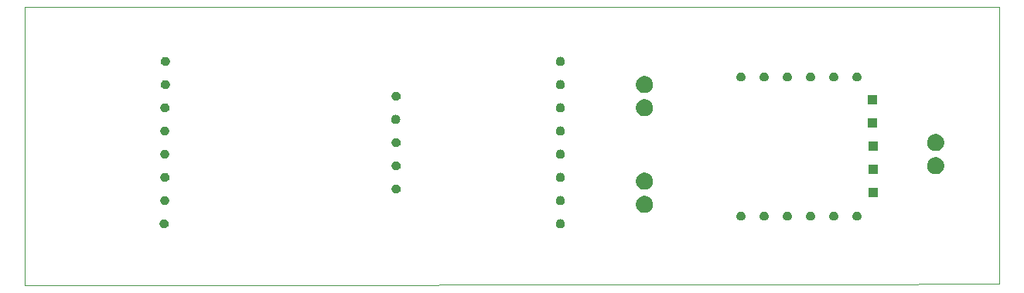
<source format=gts>
G75*
G71*
%OFA0B0*%
%FSLAX23Y23*%
%IPPOS*%
%LPD*%
%ADD10C,0.1*%
%LPD*%D10*
X0Y0D02*
X0Y100D01*
X0Y200D01*
X0Y300D01*
X0Y400D01*
X0Y500D01*
X0Y600D01*
X0Y700D01*
X0Y799D01*
X0Y899D01*
X0Y999D01*
X0Y1099D01*
X0Y1199D01*
X0Y1299D01*
X0Y1399D01*
X0Y1499D01*
X0Y1599D01*
X0Y1699D01*
X0Y1799D01*
X0Y1899D01*
X0Y1999D01*
X0Y2099D01*
X0Y2199D01*
X0Y2298D01*
X0Y2398D01*
X0Y2498D01*
X0Y2598D01*
X0Y2698D01*
X0Y2798D01*
X0Y2898D01*
X0Y2998D01*
X0Y3098D01*
X0Y3198D01*
X0Y3298D01*
X0Y3398D01*
X0Y3498D01*
X0Y3598D01*
X0Y3698D01*
X0Y3797D01*
X0Y3897D01*
X0Y3997D01*
X0Y4097D01*
X0Y4197D01*
X0Y4297D01*
X0Y4397D01*
X0Y4497D01*
X0Y4597D01*
X0Y4697D01*
X0Y4797D01*
X0Y4897D01*
X0Y4997D01*
X0Y5097D01*
X0Y5197D01*
X0Y5296D01*
X0Y5396D01*
X0Y5496D01*
X0Y5596D01*
X0Y5696D01*
X0Y5796D01*
X0Y5896D01*
X0Y5996D01*
X0Y6096D01*
X0Y6196D01*
X0Y6296D01*
X0Y6396D01*
X0Y6496D01*
X0Y6596D01*
X0Y6696D01*
X0Y6796D01*
X0Y6895D01*
X0Y6995D01*
X0Y7095D01*
X0Y7195D01*
X0Y7295D01*
X0Y7395D01*
X0Y7495D01*
X0Y7595D01*
X0Y7695D01*
X0Y7795D01*
X0Y7895D01*
X0Y7995D01*
X0Y8095D01*
X0Y8195D01*
X0Y8295D01*
X0Y8394D01*
X0Y8494D01*
X0Y8594D01*
X0Y8694D01*
X0Y8794D01*
X0Y8894D01*
X0Y8994D01*
X0Y9094D01*
X0Y9194D01*
X0Y9294D01*
X0Y9394D01*
X0Y9494D01*
X0Y9594D01*
X0Y9694D01*
X0Y9794D01*
X0Y9893D01*
X0Y9993D01*
X0Y10093D01*
X0Y10193D01*
X0Y10293D01*
X0Y10393D01*
X0Y10493D01*
X0Y10593D01*
X0Y10693D01*
X0Y10793D01*
X0Y10893D01*
X0Y10993D01*
X0Y11093D01*
X0Y11193D01*
X0Y11293D01*
X0Y11392D01*
X0Y11492D01*
X0Y11592D01*
X0Y11692D01*
X0Y11792D01*
X0Y11892D01*
X0Y11992D01*
X0Y12092D01*
X0Y12192D01*
X0Y12292D01*
X0Y12392D01*
X0Y12492D01*
X0Y12592D01*
X0Y12692D01*
X0Y12792D01*
X0Y12891D01*
X0Y12991D01*
X0Y13091D01*
X0Y13191D01*
X0Y13291D01*
X0Y13391D01*
X0Y13491D01*
X0Y13591D01*
X0Y13691D01*
X0Y13791D01*
X0Y13891D01*
X0Y13991D01*
X0Y14091D01*
X0Y14191D01*
X0Y14291D01*
X0Y14391D01*
X0Y14490D01*
X0Y14590D01*
X0Y14690D01*
X0Y14790D01*
X0Y14890D01*
X0Y14990D01*
X0Y15090D01*
X0Y15190D01*
X0Y15290D01*
X0Y15390D01*
X0Y15490D01*
X0Y15590D01*
X0Y15690D01*
X0Y15790D01*
X0Y15890D01*
X0Y15989D01*
X0Y16089D01*
X0Y16189D01*
X0Y16289D01*
X0Y16389D01*
X0Y16489D01*
X0Y16589D01*
X0Y16689D01*
X0Y16789D01*
X0Y16889D01*
X0Y16989D01*
X0Y17089D01*
X0Y17189D01*
X0Y17289D01*
X0Y17389D01*
X0Y17488D01*
X0Y17588D01*
X0Y17688D01*
X0Y17788D01*
X0Y17888D01*
X0Y17988D01*
X0Y18088D01*
X0Y18188D01*
X0Y18288D01*
X0Y18388D01*
X0Y18488D01*
X0Y18588D01*
X0Y18688D01*
X0Y18788D01*
X0Y18888D01*
X0Y18987D01*
X0Y19087D01*
X0Y19187D01*
X0Y19287D01*
X0Y19387D01*
X0Y19487D01*
X0Y19587D01*
X0Y19687D01*
X0Y19787D01*
X0Y19887D01*
X0Y19987D01*
X0Y20087D01*
X0Y20187D01*
X0Y20287D01*
X0Y20387D01*
X0Y20486D01*
X0Y20586D01*
X0Y20686D01*
X0Y20786D01*
X0Y20886D01*
X0Y20986D01*
X0Y21086D01*
X0Y21186D01*
X0Y21286D01*
X0Y21386D01*
X0Y21486D01*
X0Y21586D01*
X0Y21686D01*
X0Y21786D01*
X0Y21886D01*
X0Y21985D01*
X0Y22085D01*
X0Y22185D01*
X0Y22285D01*
X0Y22385D01*
X0Y22485D01*
X0Y22585D01*
X0Y22685D01*
X0Y22785D01*
X0Y22885D01*
X0Y22985D01*
X0Y23085D01*
X0Y23185D01*
X0Y23285D01*
X0Y23385D01*
X0Y23485D01*
X0Y23584D01*
X0Y23684D01*
X0Y23784D01*
X0Y23884D01*
X0Y23984D01*
X0Y24084D01*
X0Y24184D01*
X0Y24284D01*
X0Y24384D01*
X0Y24484D01*
X0Y24584D01*
X0Y24684D01*
X0Y24784D01*
X0Y24884D01*
X0Y24984D01*
X0Y25083D01*
X0Y25183D01*
X0Y25283D01*
X0Y25383D01*
X0Y25483D01*
X0Y25583D01*
X0Y25683D01*
X0Y25783D01*
X0Y25883D01*
X0Y25983D01*
X0Y26083D01*
X0Y26183D01*
X0Y26283D01*
X0Y26383D01*
X0Y26483D01*
X0Y26582D01*
X0Y26682D01*
X0Y26782D01*
X0Y26882D01*
X0Y26982D01*
X0Y27082D01*
X0Y27182D01*
X0Y27282D01*
X0Y27382D01*
X0Y27482D01*
X0Y27582D01*
X0Y27682D01*
X0Y27782D01*
X0Y27882D01*
X0Y27982D01*
X0Y28082D01*
X0Y28181D01*
X0Y28281D01*
X0Y28381D01*
X0Y28481D01*
X0Y28581D01*
X0Y28681D01*
X0Y28781D01*
X0Y28881D01*
X0Y28981D01*
X0Y29081D01*
X0Y29181D01*
X0Y29281D01*
X0Y29381D01*
X0Y29481D01*
X0Y29581D01*
X0Y29680D01*
X0Y29780D01*
X0Y29880D01*
X0Y29980D01*
X0Y30080D01*
X0Y30180D01*
X0Y30280D01*
X0Y30380D01*
X0Y30480D01*
X100Y30480D01*
X200Y30480D01*
X300Y30480D01*
X400Y30480D01*
X500Y30480D01*
X600Y30480D01*
X700Y30480D01*
X800Y30480D01*
X900Y30480D01*
X1000Y30480D01*
X1100Y30480D01*
X1200Y30480D01*
X1300Y30480D01*
X1400Y30480D01*
X1500Y30480D01*
X1600Y30480D01*
X1700Y30480D01*
X1800Y30480D01*
X1900Y30480D01*
X2000Y30480D01*
X2100Y30480D01*
X2200Y30480D01*
X2300Y30480D01*
X2400Y30480D01*
X2500Y30480D01*
X2599Y30480D01*
X2699Y30480D01*
X2799Y30480D01*
X2899Y30480D01*
X2999Y30480D01*
X3099Y30480D01*
X3199Y30480D01*
X3299Y30480D01*
X3399Y30480D01*
X3499Y30480D01*
X3599Y30480D01*
X3699Y30480D01*
X3799Y30480D01*
X3899Y30480D01*
X3999Y30480D01*
X4099Y30480D01*
X4199Y30480D01*
X4299Y30480D01*
X4399Y30480D01*
X4499Y30480D01*
X4599Y30480D01*
X4699Y30480D01*
X4799Y30480D01*
X4899Y30480D01*
X4999Y30480D01*
X5099Y30480D01*
X5199Y30480D01*
X5299Y30480D01*
X5399Y30480D01*
X5499Y30480D01*
X5599Y30480D01*
X5699Y30480D01*
X5799Y30480D01*
X5899Y30480D01*
X5999Y30480D01*
X6099Y30480D01*
X6199Y30480D01*
X6299Y30480D01*
X6399Y30480D01*
X6499Y30480D01*
X6599Y30480D01*
X6699Y30480D01*
X6799Y30480D01*
X6899Y30480D01*
X6999Y30480D01*
X7099Y30480D01*
X7199Y30480D01*
X7299Y30480D01*
X7399Y30480D01*
X7499Y30480D01*
X7599Y30480D01*
X7699Y30480D01*
X7798Y30480D01*
X7898Y30480D01*
X7998Y30480D01*
X8098Y30480D01*
X8198Y30480D01*
X8298Y30480D01*
X8398Y30480D01*
X8498Y30480D01*
X8598Y30480D01*
X8698Y30480D01*
X8798Y30480D01*
X8898Y30480D01*
X8998Y30480D01*
X9098Y30480D01*
X9198Y30480D01*
X9298Y30480D01*
X9398Y30480D01*
X9498Y30480D01*
X9598Y30480D01*
X9698Y30480D01*
X9798Y30480D01*
X9898Y30480D01*
X9998Y30480D01*
X10098Y30480D01*
X10198Y30480D01*
X10298Y30480D01*
X10398Y30480D01*
X10498Y30480D01*
X10598Y30480D01*
X10698Y30480D01*
X10798Y30480D01*
X10898Y30480D01*
X10998Y30480D01*
X11098Y30480D01*
X11198Y30480D01*
X11298Y30480D01*
X11398Y30480D01*
X11498Y30480D01*
X11598Y30480D01*
X11698Y30480D01*
X11798Y30480D01*
X11898Y30480D01*
X11998Y30480D01*
X12098Y30480D01*
X12198Y30480D01*
X12298Y30480D01*
X12398Y30480D01*
X12498Y30480D01*
X12598Y30480D01*
X12698Y30480D01*
X12798Y30480D01*
X12898Y30480D01*
X12998Y30480D01*
X13097Y30480D01*
X13197Y30480D01*
X13297Y30480D01*
X13397Y30480D01*
X13497Y30480D01*
X13597Y30480D01*
X13697Y30480D01*
X13797Y30480D01*
X13897Y30480D01*
X13997Y30480D01*
X14097Y30480D01*
X14197Y30480D01*
X14297Y30480D01*
X14397Y30480D01*
X14497Y30480D01*
X14597Y30480D01*
X14697Y30480D01*
X14797Y30480D01*
X14897Y30480D01*
X14997Y30480D01*
X15097Y30480D01*
X15197Y30480D01*
X15297Y30480D01*
X15397Y30480D01*
X15497Y30480D01*
X15597Y30480D01*
X15697Y30480D01*
X15797Y30480D01*
X15897Y30480D01*
X15997Y30480D01*
X16097Y30480D01*
X16197Y30480D01*
X16297Y30480D01*
X16397Y30480D01*
X16497Y30480D01*
X16597Y30480D01*
X16697Y30480D01*
X16797Y30480D01*
X16897Y30480D01*
X16997Y30480D01*
X17097Y30480D01*
X17197Y30480D01*
X17297Y30480D01*
X17397Y30480D01*
X17497Y30480D01*
X17597Y30480D01*
X17697Y30480D01*
X17797Y30480D01*
X17897Y30480D01*
X17997Y30480D01*
X18097Y30480D01*
X18196Y30480D01*
X18296Y30480D01*
X18396Y30480D01*
X18496Y30480D01*
X18596Y30480D01*
X18696Y30480D01*
X18796Y30480D01*
X18896Y30480D01*
X18996Y30480D01*
X19096Y30480D01*
X19196Y30480D01*
X19296Y30480D01*
X19396Y30480D01*
X19496Y30480D01*
X19596Y30480D01*
X19696Y30480D01*
X19796Y30480D01*
X19896Y30480D01*
X19996Y30480D01*
X20096Y30480D01*
X20196Y30480D01*
X20296Y30480D01*
X20396Y30480D01*
X20496Y30480D01*
X20596Y30480D01*
X20696Y30480D01*
X20796Y30480D01*
X20896Y30480D01*
X20996Y30480D01*
X21096Y30480D01*
X21196Y30480D01*
X21296Y30480D01*
X21396Y30480D01*
X21496Y30480D01*
X21596Y30480D01*
X21696Y30480D01*
X21796Y30480D01*
X21896Y30480D01*
X21996Y30480D01*
X22096Y30480D01*
X22196Y30480D01*
X22296Y30480D01*
X22396Y30480D01*
X22496Y30480D01*
X22596Y30480D01*
X22696Y30480D01*
X22796Y30480D01*
X22896Y30480D01*
X22996Y30480D01*
X23096Y30480D01*
X23196Y30480D01*
X23296Y30480D01*
X23395Y30480D01*
X23495Y30480D01*
X23595Y30480D01*
X23695Y30480D01*
X23795Y30480D01*
X23895Y30480D01*
X23995Y30480D01*
X24095Y30480D01*
X24195Y30480D01*
X24295Y30480D01*
X24395Y30480D01*
X24495Y30480D01*
X24595Y30480D01*
X24695Y30480D01*
X24795Y30480D01*
X24895Y30480D01*
X24995Y30480D01*
X25095Y30480D01*
X25195Y30480D01*
X25295Y30480D01*
X25395Y30480D01*
X25495Y30480D01*
X25595Y30480D01*
X25695Y30480D01*
X25795Y30480D01*
X25895Y30480D01*
X25995Y30480D01*
X26095Y30480D01*
X26195Y30480D01*
X26295Y30480D01*
X26395Y30480D01*
X26495Y30480D01*
X26595Y30480D01*
X26695Y30480D01*
X26795Y30480D01*
X26895Y30480D01*
X26995Y30480D01*
X27095Y30480D01*
X27195Y30480D01*
X27295Y30480D01*
X27395Y30480D01*
X27495Y30480D01*
X27595Y30480D01*
X27695Y30480D01*
X27795Y30480D01*
X27895Y30480D01*
X27995Y30480D01*
X28095Y30480D01*
X28195Y30480D01*
X28295Y30480D01*
X28395Y30480D01*
X28495Y30480D01*
X28594Y30480D01*
X28694Y30480D01*
X28794Y30480D01*
X28894Y30480D01*
X28994Y30480D01*
X29094Y30480D01*
X29194Y30480D01*
X29294Y30480D01*
X29394Y30480D01*
X29494Y30480D01*
X29594Y30480D01*
X29694Y30480D01*
X29794Y30480D01*
X29894Y30480D01*
X29994Y30480D01*
X30094Y30480D01*
X30194Y30480D01*
X30294Y30480D01*
X30394Y30480D01*
X30494Y30480D01*
X30594Y30480D01*
X30694Y30480D01*
X30794Y30480D01*
X30894Y30480D01*
X30994Y30480D01*
X31094Y30480D01*
X31194Y30480D01*
X31294Y30480D01*
X31394Y30480D01*
X31494Y30480D01*
X31594Y30480D01*
X31694Y30480D01*
X31794Y30480D01*
X31894Y30480D01*
X31994Y30480D01*
X32094Y30480D01*
X32194Y30480D01*
X32294Y30480D01*
X32394Y30480D01*
X32494Y30480D01*
X32594Y30480D01*
X32694Y30480D01*
X32794Y30480D01*
X32894Y30480D01*
X32994Y30480D01*
X33094Y30480D01*
X33194Y30480D01*
X33294Y30480D01*
X33394Y30480D01*
X33494Y30480D01*
X33594Y30480D01*
X33694Y30480D01*
X33793Y30480D01*
X33893Y30480D01*
X33993Y30480D01*
X34093Y30480D01*
X34193Y30480D01*
X34293Y30480D01*
X34393Y30480D01*
X34493Y30480D01*
X34593Y30480D01*
X34693Y30480D01*
X34793Y30480D01*
X34893Y30480D01*
X34993Y30480D01*
X35093Y30480D01*
X35193Y30480D01*
X35293Y30480D01*
X35393Y30480D01*
X35493Y30480D01*
X35593Y30480D01*
X35693Y30480D01*
X35793Y30480D01*
X35893Y30480D01*
X35993Y30480D01*
X36093Y30480D01*
X36193Y30480D01*
X36293Y30480D01*
X36393Y30480D01*
X36493Y30480D01*
X36593Y30480D01*
X36693Y30480D01*
X36793Y30480D01*
X36893Y30480D01*
X36993Y30480D01*
X37093Y30480D01*
X37193Y30480D01*
X37293Y30480D01*
X37393Y30480D01*
X37493Y30480D01*
X37593Y30480D01*
X37693Y30480D01*
X37793Y30480D01*
X37893Y30480D01*
X37993Y30480D01*
X38093Y30480D01*
X38193Y30480D01*
X38293Y30480D01*
X38393Y30480D01*
X38493Y30480D01*
X38593Y30480D01*
X38693Y30480D01*
X38793Y30480D01*
X38893Y30480D01*
X38992Y30480D01*
X39092Y30480D01*
X39192Y30480D01*
X39292Y30480D01*
X39392Y30480D01*
X39492Y30480D01*
X39592Y30480D01*
X39692Y30480D01*
X39792Y30480D01*
X39892Y30480D01*
X39992Y30480D01*
X40092Y30480D01*
X40192Y30480D01*
X40292Y30480D01*
X40392Y30480D01*
X40492Y30480D01*
X40592Y30480D01*
X40692Y30480D01*
X40792Y30480D01*
X40892Y30480D01*
X40992Y30480D01*
X41092Y30480D01*
X41192Y30480D01*
X41292Y30480D01*
X41392Y30480D01*
X41492Y30480D01*
X41592Y30480D01*
X41692Y30480D01*
X41792Y30480D01*
X41892Y30480D01*
X41992Y30480D01*
X42092Y30480D01*
X42192Y30480D01*
X42292Y30480D01*
X42392Y30480D01*
X42492Y30480D01*
X42592Y30480D01*
X42692Y30480D01*
X42792Y30480D01*
X42892Y30480D01*
X42992Y30480D01*
X43092Y30480D01*
X43192Y30480D01*
X43292Y30480D01*
X43392Y30480D01*
X43492Y30480D01*
X43592Y30480D01*
X43692Y30480D01*
X43792Y30480D01*
X43892Y30480D01*
X43992Y30480D01*
X44092Y30480D01*
X44192Y30480D01*
X44291Y30480D01*
X44391Y30480D01*
X44491Y30480D01*
X44591Y30480D01*
X44691Y30480D01*
X44791Y30480D01*
X44891Y30480D01*
X44991Y30480D01*
X45091Y30480D01*
X45191Y30480D01*
X45291Y30480D01*
X45391Y30480D01*
X45491Y30480D01*
X45591Y30480D01*
X45691Y30480D01*
X45791Y30480D01*
X45891Y30480D01*
X45991Y30480D01*
X46091Y30480D01*
X46191Y30480D01*
X46291Y30480D01*
X46391Y30480D01*
X46491Y30480D01*
X46591Y30480D01*
X46691Y30480D01*
X46791Y30480D01*
X46891Y30480D01*
X46991Y30480D01*
X47091Y30480D01*
X47191Y30480D01*
X47291Y30480D01*
X47391Y30480D01*
X47491Y30480D01*
X47591Y30480D01*
X47691Y30480D01*
X47791Y30480D01*
X47891Y30480D01*
X47991Y30480D01*
X48091Y30480D01*
X48191Y30480D01*
X48291Y30480D01*
X48391Y30480D01*
X48491Y30480D01*
X48591Y30480D01*
X48691Y30480D01*
X48791Y30480D01*
X48891Y30480D01*
X48991Y30480D01*
X49091Y30480D01*
X49191Y30480D01*
X49291Y30480D01*
X49391Y30480D01*
X49491Y30480D01*
X49590Y30480D01*
X49690Y30480D01*
X49790Y30480D01*
X49890Y30480D01*
X49990Y30480D01*
X50090Y30480D01*
X50190Y30480D01*
X50290Y30480D01*
X50390Y30480D01*
X50490Y30480D01*
X50590Y30480D01*
X50690Y30480D01*
X50790Y30480D01*
X50890Y30480D01*
X50990Y30480D01*
X51090Y30480D01*
X51190Y30480D01*
X51290Y30480D01*
X51390Y30480D01*
X51490Y30480D01*
X51590Y30480D01*
X51690Y30480D01*
X51790Y30480D01*
X51890Y30480D01*
X51990Y30480D01*
X52090Y30480D01*
X52190Y30480D01*
X52290Y30480D01*
X52390Y30480D01*
X52490Y30480D01*
X52590Y30480D01*
X52690Y30480D01*
X52790Y30480D01*
X52890Y30480D01*
X52990Y30480D01*
X53090Y30480D01*
X53190Y30480D01*
X53290Y30480D01*
X53390Y30480D01*
X53490Y30480D01*
X53590Y30480D01*
X53690Y30480D01*
X53790Y30480D01*
X53890Y30480D01*
X53990Y30480D01*
X54090Y30480D01*
X54190Y30480D01*
X54290Y30480D01*
X54390Y30480D01*
X54490Y30480D01*
X54590Y30480D01*
X54690Y30480D01*
X54789Y30480D01*
X54889Y30480D01*
X54989Y30480D01*
X55089Y30480D01*
X55189Y30480D01*
X55289Y30480D01*
X55389Y30480D01*
X55489Y30480D01*
X55589Y30480D01*
X55689Y30480D01*
X55789Y30480D01*
X55889Y30480D01*
X55989Y30480D01*
X56089Y30480D01*
X56189Y30480D01*
X56289Y30480D01*
X56389Y30480D01*
X56489Y30480D01*
X56589Y30480D01*
X56689Y30480D01*
X56789Y30480D01*
X56889Y30480D01*
X56989Y30480D01*
X57089Y30480D01*
X57189Y30480D01*
X57289Y30480D01*
X57389Y30480D01*
X57489Y30480D01*
X57589Y30480D01*
X57689Y30480D01*
X57789Y30480D01*
X57889Y30480D01*
X57989Y30480D01*
X58089Y30480D01*
X58189Y30480D01*
X58289Y30480D01*
X58389Y30480D01*
X58489Y30480D01*
X58589Y30480D01*
X58689Y30480D01*
X58789Y30480D01*
X58889Y30480D01*
X58989Y30480D01*
X59089Y30480D01*
X59189Y30480D01*
X59289Y30480D01*
X59389Y30480D01*
X59489Y30480D01*
X59589Y30480D01*
X59689Y30480D01*
X59789Y30480D01*
X59889Y30480D01*
X59988Y30480D01*
X60088Y30480D01*
X60188Y30480D01*
X60288Y30480D01*
X60388Y30480D01*
X60488Y30480D01*
X60588Y30480D01*
X60688Y30480D01*
X60788Y30480D01*
X60888Y30480D01*
X60988Y30480D01*
X61088Y30480D01*
X61188Y30480D01*
X61288Y30480D01*
X61388Y30480D01*
X61488Y30480D01*
X61588Y30480D01*
X61688Y30480D01*
X61788Y30480D01*
X61888Y30480D01*
X61988Y30480D01*
X62088Y30480D01*
X62188Y30480D01*
X62288Y30480D01*
X62388Y30480D01*
X62488Y30480D01*
X62588Y30480D01*
X62688Y30480D01*
X62788Y30480D01*
X62888Y30480D01*
X62988Y30480D01*
X63088Y30480D01*
X63188Y30480D01*
X63288Y30480D01*
X63388Y30480D01*
X63488Y30480D01*
X63588Y30480D01*
X63688Y30480D01*
X63788Y30480D01*
X63888Y30480D01*
X63988Y30480D01*
X64088Y30480D01*
X64188Y30480D01*
X64288Y30480D01*
X64388Y30480D01*
X64488Y30480D01*
X64588Y30480D01*
X64688Y30480D01*
X64788Y30480D01*
X64888Y30480D01*
X64988Y30480D01*
X65088Y30480D01*
X65188Y30480D01*
X65288Y30480D01*
X65387Y30480D01*
X65487Y30480D01*
X65587Y30480D01*
X65687Y30480D01*
X65787Y30480D01*
X65887Y30480D01*
X65987Y30480D01*
X66087Y30480D01*
X66187Y30480D01*
X66287Y30480D01*
X66387Y30480D01*
X66487Y30480D01*
X66587Y30480D01*
X66687Y30480D01*
X66787Y30480D01*
X66887Y30480D01*
X66987Y30480D01*
X67087Y30480D01*
X67187Y30480D01*
X67287Y30480D01*
X67387Y30480D01*
X67487Y30480D01*
X67587Y30480D01*
X67687Y30480D01*
X67787Y30480D01*
X67887Y30480D01*
X67987Y30480D01*
X68087Y30480D01*
X68187Y30480D01*
X68287Y30480D01*
X68387Y30480D01*
X68487Y30480D01*
X68587Y30480D01*
X68687Y30480D01*
X68787Y30480D01*
X68887Y30480D01*
X68987Y30480D01*
X69087Y30480D01*
X69187Y30480D01*
X69287Y30480D01*
X69387Y30480D01*
X69487Y30480D01*
X69587Y30480D01*
X69687Y30480D01*
X69787Y30480D01*
X69887Y30480D01*
X69987Y30480D01*
X70087Y30480D01*
X70187Y30480D01*
X70287Y30480D01*
X70387Y30480D01*
X70487Y30480D01*
X70587Y30480D01*
X70686Y30480D01*
X70786Y30480D01*
X70886Y30480D01*
X70986Y30480D01*
X71086Y30480D01*
X71186Y30480D01*
X71286Y30480D01*
X71386Y30480D01*
X71486Y30480D01*
X71586Y30480D01*
X71686Y30480D01*
X71786Y30480D01*
X71886Y30480D01*
X71986Y30480D01*
X72086Y30480D01*
X72186Y30480D01*
X72286Y30480D01*
X72386Y30480D01*
X72486Y30480D01*
X72586Y30480D01*
X72686Y30480D01*
X72786Y30480D01*
X72886Y30480D01*
X72986Y30480D01*
X73086Y30480D01*
X73186Y30480D01*
X73286Y30480D01*
X73386Y30480D01*
X73486Y30480D01*
X73586Y30480D01*
X73686Y30480D01*
X73786Y30480D01*
X73886Y30480D01*
X73986Y30480D01*
X74086Y30480D01*
X74186Y30480D01*
X74286Y30480D01*
X74386Y30480D01*
X74486Y30480D01*
X74586Y30480D01*
X74686Y30480D01*
X74786Y30480D01*
X74886Y30480D01*
X74986Y30480D01*
X75086Y30480D01*
X75186Y30480D01*
X75286Y30480D01*
X75386Y30480D01*
X75486Y30480D01*
X75586Y30480D01*
X75686Y30480D01*
X75786Y30480D01*
X75886Y30480D01*
X75985Y30480D01*
X76085Y30480D01*
X76185Y30480D01*
X76285Y30480D01*
X76385Y30480D01*
X76485Y30480D01*
X76585Y30480D01*
X76685Y30480D01*
X76785Y30480D01*
X76885Y30480D01*
X76985Y30480D01*
X77085Y30480D01*
X77185Y30480D01*
X77285Y30480D01*
X77385Y30480D01*
X77485Y30480D01*
X77585Y30480D01*
X77685Y30480D01*
X77785Y30480D01*
X77885Y30480D01*
X77985Y30480D01*
X78085Y30480D01*
X78185Y30480D01*
X78285Y30480D01*
X78385Y30480D01*
X78485Y30480D01*
X78585Y30480D01*
X78685Y30480D01*
X78785Y30480D01*
X78885Y30480D01*
X78985Y30480D01*
X79085Y30480D01*
X79185Y30480D01*
X79285Y30480D01*
X79385Y30480D01*
X79485Y30480D01*
X79585Y30480D01*
X79685Y30480D01*
X79785Y30480D01*
X79885Y30480D01*
X79985Y30480D01*
X80085Y30480D01*
X80185Y30480D01*
X80285Y30480D01*
X80385Y30480D01*
X80485Y30480D01*
X80585Y30480D01*
X80685Y30480D01*
X80785Y30480D01*
X80885Y30480D01*
X80985Y30480D01*
X81085Y30480D01*
X81185Y30480D01*
X81284Y30480D01*
X81384Y30480D01*
X81484Y30480D01*
X81584Y30480D01*
X81684Y30480D01*
X81784Y30480D01*
X81884Y30480D01*
X81984Y30480D01*
X82084Y30480D01*
X82184Y30480D01*
X82284Y30480D01*
X82384Y30480D01*
X82484Y30480D01*
X82584Y30480D01*
X82684Y30480D01*
X82784Y30480D01*
X82884Y30480D01*
X82984Y30480D01*
X83084Y30480D01*
X83184Y30480D01*
X83284Y30480D01*
X83384Y30480D01*
X83484Y30480D01*
X83584Y30480D01*
X83684Y30480D01*
X83784Y30480D01*
X83884Y30480D01*
X83984Y30480D01*
X84084Y30480D01*
X84184Y30480D01*
X84284Y30480D01*
X84384Y30480D01*
X84484Y30480D01*
X84584Y30480D01*
X84684Y30480D01*
X84784Y30480D01*
X84884Y30480D01*
X84984Y30480D01*
X85084Y30480D01*
X85184Y30480D01*
X85284Y30480D01*
X85384Y30480D01*
X85484Y30480D01*
X85584Y30480D01*
X85684Y30480D01*
X85784Y30480D01*
X85884Y30480D01*
X85984Y30480D01*
X86084Y30480D01*
X86184Y30480D01*
X86284Y30480D01*
X86384Y30480D01*
X86484Y30480D01*
X86583Y30480D01*
X86683Y30480D01*
X86783Y30480D01*
X86883Y30480D01*
X86983Y30480D01*
X87083Y30480D01*
X87183Y30480D01*
X87283Y30480D01*
X87383Y30480D01*
X87483Y30480D01*
X87583Y30480D01*
X87683Y30480D01*
X87783Y30480D01*
X87883Y30480D01*
X87983Y30480D01*
X88083Y30480D01*
X88183Y30480D01*
X88283Y30480D01*
X88383Y30480D01*
X88483Y30480D01*
X88583Y30480D01*
X88683Y30480D01*
X88783Y30480D01*
X88883Y30480D01*
X88983Y30480D01*
X89083Y30480D01*
X89183Y30480D01*
X89283Y30480D01*
X89383Y30480D01*
X89483Y30480D01*
X89583Y30480D01*
X89683Y30480D01*
X89783Y30480D01*
X89883Y30480D01*
X89983Y30480D01*
X90083Y30480D01*
X90183Y30480D01*
X90283Y30480D01*
X90383Y30480D01*
X90483Y30480D01*
X90583Y30480D01*
X90683Y30480D01*
X90783Y30480D01*
X90883Y30480D01*
X90983Y30480D01*
X91083Y30480D01*
X91183Y30480D01*
X91283Y30480D01*
X91383Y30480D01*
X91483Y30480D01*
X91583Y30480D01*
X91683Y30480D01*
X91783Y30480D01*
X91883Y30480D01*
X91983Y30480D01*
X92082Y30480D01*
X92182Y30480D01*
X92282Y30480D01*
X92382Y30480D01*
X92482Y30480D01*
X92582Y30480D01*
X92682Y30480D01*
X92782Y30480D01*
X92882Y30480D01*
X92982Y30480D01*
X93082Y30480D01*
X93182Y30480D01*
X93282Y30480D01*
X93382Y30480D01*
X93482Y30480D01*
X93582Y30480D01*
X93682Y30480D01*
X93782Y30480D01*
X93882Y30480D01*
X93982Y30480D01*
X94082Y30480D01*
X94182Y30480D01*
X94282Y30480D01*
X94382Y30480D01*
X94482Y30480D01*
X94582Y30480D01*
X94682Y30480D01*
X94782Y30480D01*
X94882Y30480D01*
X94982Y30480D01*
X95082Y30480D01*
X95182Y30480D01*
X95282Y30480D01*
X95382Y30480D01*
X95482Y30480D01*
X95582Y30480D01*
X95682Y30480D01*
X95782Y30480D01*
X95882Y30480D01*
X95982Y30480D01*
X96082Y30480D01*
X96182Y30480D01*
X96282Y30480D01*
X96382Y30480D01*
X96482Y30480D01*
X96582Y30480D01*
X96682Y30480D01*
X96782Y30480D01*
X96882Y30480D01*
X96982Y30480D01*
X97082Y30480D01*
X97182Y30480D01*
X97282Y30480D01*
X97382Y30480D01*
X97482Y30480D01*
X97581Y30480D01*
X97681Y30480D01*
X97781Y30480D01*
X97881Y30480D01*
X97981Y30480D01*
X98081Y30480D01*
X98181Y30480D01*
X98281Y30480D01*
X98381Y30480D01*
X98481Y30480D01*
X98581Y30480D01*
X98681Y30480D01*
X98781Y30480D01*
X98881Y30480D01*
X98981Y30480D01*
X99081Y30480D01*
X99181Y30480D01*
X99281Y30480D01*
X99381Y30480D01*
X99481Y30480D01*
X99581Y30480D01*
X99681Y30480D01*
X99781Y30480D01*
X99881Y30480D01*
X99981Y30480D01*
X100081Y30480D01*
X100181Y30480D01*
X100281Y30480D01*
X100381Y30480D01*
X100481Y30480D01*
X100581Y30480D01*
X100681Y30480D01*
X100781Y30480D01*
X100881Y30480D01*
X100981Y30480D01*
X101081Y30480D01*
X101181Y30480D01*
X101281Y30480D01*
X101381Y30480D01*
X101481Y30480D01*
X101581Y30480D01*
X101681Y30480D01*
X101781Y30480D01*
X101881Y30480D01*
X101981Y30480D01*
X102081Y30480D01*
X102181Y30480D01*
X102281Y30480D01*
X102381Y30480D01*
X102481Y30480D01*
X102581Y30480D01*
X102681Y30480D01*
X102781Y30480D01*
X102881Y30480D01*
X102981Y30480D01*
X103081Y30480D01*
X103181Y30480D01*
X103280Y30480D01*
X103380Y30480D01*
X103480Y30480D01*
X103580Y30480D01*
X103680Y30480D01*
X103780Y30480D01*
X103880Y30480D01*
X103980Y30480D01*
X104080Y30480D01*
X104180Y30480D01*
X104280Y30480D01*
X104380Y30480D01*
X104480Y30480D01*
X104580Y30480D01*
X104680Y30480D01*
X104780Y30480D01*
X104880Y30480D01*
X104980Y30480D01*
X105080Y30480D01*
X105180Y30480D01*
X105280Y30480D01*
X105380Y30480D01*
X105480Y30480D01*
X105580Y30480D01*
X105680Y30480D01*
X105780Y30480D01*
X105880Y30480D01*
X105980Y30480D01*
X106080Y30480D01*
X106180Y30480D01*
X106280Y30480D01*
X106380Y30480D01*
X106480Y30480D01*
X106580Y30480D01*
X106680Y30480D01*
X106680Y30380D01*
X106680Y30281D01*
X106680Y30181D01*
X106680Y30081D01*
X106680Y29982D01*
X106680Y29882D01*
X106680Y29782D01*
X106680Y29682D01*
X106680Y29583D01*
X106680Y29483D01*
X106680Y29383D01*
X106680Y29284D01*
X106680Y29184D01*
X106680Y29084D01*
X106680Y28985D01*
X106680Y28885D01*
X106680Y28785D01*
X106680Y28686D01*
X106680Y28586D01*
X106680Y28486D01*
X106680Y28386D01*
X106680Y28287D01*
X106680Y28187D01*
X106680Y28087D01*
X106680Y27988D01*
X106680Y27888D01*
X106680Y27788D01*
X106680Y27689D01*
X106680Y27589D01*
X106680Y27489D01*
X106680Y27389D01*
X106680Y27290D01*
X106680Y27190D01*
X106680Y27090D01*
X106680Y26991D01*
X106680Y26891D01*
X106680Y26791D01*
X106680Y26692D01*
X106680Y26592D01*
X106680Y26492D01*
X106680Y26393D01*
X106680Y26293D01*
X106680Y26193D01*
X106680Y26093D01*
X106680Y25994D01*
X106680Y25894D01*
X106680Y25794D01*
X106680Y25695D01*
X106680Y25595D01*
X106680Y25495D01*
X106680Y25396D01*
X106680Y25296D01*
X106680Y25196D01*
X106680Y25097D01*
X106680Y24997D01*
X106680Y24897D01*
X106680Y24797D01*
X106680Y24698D01*
X106680Y24598D01*
X106680Y24498D01*
X106680Y24399D01*
X106680Y24299D01*
X106680Y24199D01*
X106680Y24100D01*
X106680Y24000D01*
X106680Y23900D01*
X106680Y23800D01*
X106680Y23701D01*
X106680Y23601D01*
X106680Y23501D01*
X106680Y23402D01*
X106680Y23302D01*
X106680Y23202D01*
X106680Y23103D01*
X106680Y23003D01*
X106680Y22903D01*
X106680Y22804D01*
X106680Y22704D01*
X106680Y22604D01*
X106680Y22504D01*
X106680Y22405D01*
X106680Y22305D01*
X106680Y22205D01*
X106680Y22106D01*
X106680Y22006D01*
X106680Y21906D01*
X106680Y21807D01*
X106680Y21707D01*
X106680Y21607D01*
X106680Y21508D01*
X106680Y21408D01*
X106680Y21308D01*
X106680Y21208D01*
X106680Y21109D01*
X106680Y21009D01*
X106680Y20909D01*
X106680Y20810D01*
X106680Y20710D01*
X106680Y20610D01*
X106680Y20511D01*
X106680Y20411D01*
X106680Y20311D01*
X106680Y20212D01*
X106680Y20112D01*
X106680Y20012D01*
X106680Y19912D01*
X106680Y19813D01*
X106680Y19713D01*
X106680Y19613D01*
X106680Y19514D01*
X106680Y19414D01*
X106680Y19314D01*
X106680Y19215D01*
X106680Y19115D01*
X106680Y19015D01*
X106680Y18915D01*
X106680Y18816D01*
X106680Y18716D01*
X106680Y18616D01*
X106680Y18517D01*
X106680Y18417D01*
X106680Y18317D01*
X106680Y18218D01*
X106680Y18118D01*
X106680Y18018D01*
X106680Y17919D01*
X106680Y17819D01*
X106680Y17719D01*
X106680Y17619D01*
X106680Y17520D01*
X106680Y17420D01*
X106680Y17320D01*
X106680Y17221D01*
X106680Y17121D01*
X106680Y17021D01*
X106680Y16922D01*
X106680Y16822D01*
X106680Y16722D01*
X106680Y16623D01*
X106680Y16523D01*
X106680Y16423D01*
X106680Y16323D01*
X106680Y16224D01*
X106680Y16124D01*
X106680Y16024D01*
X106680Y15925D01*
X106680Y15825D01*
X106680Y15725D01*
X106680Y15626D01*
X106680Y15526D01*
X106680Y15426D01*
X106680Y15326D01*
X106680Y15227D01*
X106680Y15127D01*
X106680Y15027D01*
X106680Y14928D01*
X106680Y14828D01*
X106680Y14728D01*
X106680Y14629D01*
X106680Y14529D01*
X106680Y14429D01*
X106680Y14330D01*
X106680Y14230D01*
X106680Y14130D01*
X106680Y14030D01*
X106680Y13931D01*
X106680Y13831D01*
X106680Y13731D01*
X106680Y13632D01*
X106680Y13532D01*
X106680Y13432D01*
X106680Y13333D01*
X106680Y13233D01*
X106680Y13133D01*
X106680Y13033D01*
X106680Y12934D01*
X106680Y12834D01*
X106680Y12734D01*
X106680Y12635D01*
X106680Y12535D01*
X106680Y12435D01*
X106680Y12336D01*
X106680Y12236D01*
X106680Y12136D01*
X106680Y12037D01*
X106680Y11937D01*
X106680Y11837D01*
X106680Y11737D01*
X106680Y11638D01*
X106680Y11538D01*
X106680Y11438D01*
X106680Y11339D01*
X106680Y11239D01*
X106680Y11139D01*
X106680Y11040D01*
X106680Y10940D01*
X106680Y10840D01*
X106680Y10741D01*
X106680Y10641D01*
X106680Y10541D01*
X106680Y10441D01*
X106680Y10342D01*
X106680Y10242D01*
X106680Y10142D01*
X106680Y10043D01*
X106680Y9943D01*
X106680Y9843D01*
X106680Y9744D01*
X106680Y9644D01*
X106680Y9544D01*
X106680Y9444D01*
X106680Y9345D01*
X106680Y9245D01*
X106680Y9145D01*
X106680Y9046D01*
X106680Y8946D01*
X106680Y8846D01*
X106680Y8747D01*
X106680Y8647D01*
X106680Y8547D01*
X106680Y8448D01*
X106680Y8348D01*
X106680Y8248D01*
X106680Y8148D01*
X106680Y8049D01*
X106680Y7949D01*
X106680Y7849D01*
X106680Y7750D01*
X106680Y7650D01*
X106680Y7550D01*
X106680Y7451D01*
X106680Y7351D01*
X106680Y7251D01*
X106680Y7152D01*
X106680Y7052D01*
X106680Y6952D01*
X106680Y6852D01*
X106680Y6753D01*
X106680Y6653D01*
X106680Y6553D01*
X106680Y6454D01*
X106680Y6354D01*
X106680Y6254D01*
X106680Y6155D01*
X106680Y6055D01*
X106680Y5955D01*
X106680Y5855D01*
X106680Y5756D01*
X106680Y5656D01*
X106680Y5556D01*
X106680Y5457D01*
X106680Y5357D01*
X106680Y5257D01*
X106680Y5158D01*
X106680Y5058D01*
X106680Y4958D01*
X106680Y4859D01*
X106680Y4759D01*
X106680Y4659D01*
X106680Y4559D01*
X106680Y4460D01*
X106680Y4360D01*
X106680Y4260D01*
X106680Y4161D01*
X106680Y4061D01*
X106680Y3961D01*
X106680Y3862D01*
X106680Y3762D01*
X106680Y3662D01*
X106680Y3563D01*
X106680Y3463D01*
X106680Y3363D01*
X106680Y3263D01*
X106680Y3164D01*
X106680Y3064D01*
X106680Y2964D01*
X106680Y2865D01*
X106680Y2765D01*
X106680Y2665D01*
X106680Y2566D01*
X106680Y2466D01*
X106680Y2366D01*
X106680Y2266D01*
X106680Y2167D01*
X106680Y2067D01*
X106680Y1967D01*
X106680Y1868D01*
X106680Y1768D01*
X106680Y1668D01*
X106680Y1569D01*
X106680Y1469D01*
X106680Y1369D01*
X106680Y1270D01*
X106680Y1170D01*
X106680Y1070D01*
X106680Y970D01*
X106680Y871D01*
X106680Y771D01*
X106680Y671D01*
X106680Y572D01*
X106680Y472D01*
X106680Y372D01*
X106680Y273D01*
X106680Y173D01*
X106580Y173D01*
X106480Y172D01*
X106380Y172D01*
X106280Y172D01*
X106180Y172D01*
X106080Y172D01*
X105980Y172D01*
X105880Y172D01*
X105780Y171D01*
X105680Y171D01*
X105580Y171D01*
X105480Y171D01*
X105380Y171D01*
X105280Y171D01*
X105180Y170D01*
X105080Y170D01*
X104980Y170D01*
X104880Y170D01*
X104780Y170D01*
X104680Y170D01*
X104580Y169D01*
X104480Y169D01*
X104380Y169D01*
X104280Y169D01*
X104180Y169D01*
X104081Y169D01*
X103981Y168D01*
X103881Y168D01*
X103781Y168D01*
X103681Y168D01*
X103581Y168D01*
X103481Y168D01*
X103381Y167D01*
X103281Y167D01*
X103181Y167D01*
X103081Y167D01*
X102981Y167D01*
X102881Y167D01*
X102781Y167D01*
X102681Y166D01*
X102581Y166D01*
X102481Y166D01*
X102381Y166D01*
X102281Y166D01*
X102181Y166D01*
X102081Y165D01*
X101981Y165D01*
X101881Y165D01*
X101781Y165D01*
X101681Y165D01*
X101581Y165D01*
X101481Y164D01*
X101381Y164D01*
X101281Y164D01*
X101181Y164D01*
X101081Y164D01*
X100981Y164D01*
X100881Y163D01*
X100781Y163D01*
X100681Y163D01*
X100581Y163D01*
X100481Y163D01*
X100381Y163D01*
X100281Y162D01*
X100181Y162D01*
X100081Y162D01*
X99981Y162D01*
X99881Y162D01*
X99781Y162D01*
X99681Y161D01*
X99581Y161D01*
X99481Y161D01*
X99381Y161D01*
X99281Y161D01*
X99181Y161D01*
X99081Y161D01*
X98981Y160D01*
X98882Y160D01*
X98782Y160D01*
X98682Y160D01*
X98582Y160D01*
X98482Y160D01*
X98382Y159D01*
X98282Y159D01*
X98182Y159D01*
X98082Y159D01*
X97982Y159D01*
X97882Y159D01*
X97782Y158D01*
X97682Y158D01*
X97582Y158D01*
X97482Y158D01*
X97382Y158D01*
X97282Y158D01*
X97182Y157D01*
X97082Y157D01*
X96982Y157D01*
X96882Y157D01*
X96782Y157D01*
X96682Y157D01*
X96582Y156D01*
X96482Y156D01*
X96382Y156D01*
X96282Y156D01*
X96182Y156D01*
X96082Y156D01*
X95982Y155D01*
X95882Y155D01*
X95782Y155D01*
X95682Y155D01*
X95582Y155D01*
X95482Y155D01*
X95382Y155D01*
X95282Y154D01*
X95182Y154D01*
X95082Y154D01*
X94982Y154D01*
X94882Y154D01*
X94782Y154D01*
X94682Y153D01*
X94582Y153D01*
X94482Y153D01*
X94382Y153D01*
X94282Y153D01*
X94182Y153D01*
X94082Y152D01*
X93982Y152D01*
X93882Y152D01*
X93782Y152D01*
X93682Y152D01*
X93583Y152D01*
X93483Y151D01*
X93383Y151D01*
X93283Y151D01*
X93183Y151D01*
X93083Y151D01*
X92983Y151D01*
X92883Y150D01*
X92783Y150D01*
X92683Y150D01*
X92583Y150D01*
X92483Y150D01*
X92383Y150D01*
X92283Y149D01*
X92183Y149D01*
X92083Y149D01*
X91983Y149D01*
X91883Y149D01*
X91783Y149D01*
X91683Y149D01*
X91583Y148D01*
X91483Y148D01*
X91383Y148D01*
X91283Y148D01*
X91183Y148D01*
X91083Y148D01*
X90983Y147D01*
X90883Y147D01*
X90783Y147D01*
X90683Y147D01*
X90583Y147D01*
X90483Y147D01*
X90383Y146D01*
X90283Y146D01*
X90183Y146D01*
X90083Y146D01*
X89983Y146D01*
X89883Y146D01*
X89783Y145D01*
X89683Y145D01*
X89583Y145D01*
X89483Y145D01*
X89383Y145D01*
X89283Y145D01*
X89183Y144D01*
X89083Y144D01*
X88983Y144D01*
X88883Y144D01*
X88783Y144D01*
X88683Y144D01*
X88583Y144D01*
X88484Y143D01*
X88384Y143D01*
X88284Y143D01*
X88184Y143D01*
X88084Y143D01*
X87984Y143D01*
X87884Y142D01*
X87784Y142D01*
X87684Y142D01*
X87584Y142D01*
X87484Y142D01*
X87384Y142D01*
X87284Y141D01*
X87184Y141D01*
X87084Y141D01*
X86984Y141D01*
X86884Y141D01*
X86784Y141D01*
X86684Y140D01*
X86584Y140D01*
X86484Y140D01*
X86384Y140D01*
X86284Y140D01*
X86184Y140D01*
X86084Y139D01*
X85984Y139D01*
X85884Y139D01*
X85784Y139D01*
X85684Y139D01*
X85584Y139D01*
X85484Y138D01*
X85384Y138D01*
X85284Y138D01*
X85184Y138D01*
X85084Y138D01*
X84984Y138D01*
X84884Y138D01*
X84784Y137D01*
X84684Y137D01*
X84584Y137D01*
X84484Y137D01*
X84384Y137D01*
X84284Y137D01*
X84184Y136D01*
X84084Y136D01*
X83984Y136D01*
X83884Y136D01*
X83784Y136D01*
X83684Y136D01*
X83584Y135D01*
X83484Y135D01*
X83384Y135D01*
X83285Y135D01*
X83185Y135D01*
X83085Y135D01*
X82985Y134D01*
X82885Y134D01*
X82785Y134D01*
X82685Y134D01*
X82585Y134D01*
X82485Y134D01*
X82385Y133D01*
X82285Y133D01*
X82185Y133D01*
X82085Y133D01*
X81985Y133D01*
X81885Y133D01*
X81785Y132D01*
X81685Y132D01*
X81585Y132D01*
X81485Y132D01*
X81385Y132D01*
X81285Y132D01*
X81185Y132D01*
X81085Y131D01*
X80985Y131D01*
X80885Y131D01*
X80785Y131D01*
X80685Y131D01*
X80585Y131D01*
X80485Y130D01*
X80385Y130D01*
X80285Y130D01*
X80185Y130D01*
X80085Y130D01*
X79985Y130D01*
X79885Y129D01*
X79785Y129D01*
X79685Y129D01*
X79585Y129D01*
X79485Y129D01*
X79385Y129D01*
X79285Y128D01*
X79185Y128D01*
X79085Y128D01*
X78985Y128D01*
X78885Y128D01*
X78785Y128D01*
X78685Y127D01*
X78585Y127D01*
X78485Y127D01*
X78385Y127D01*
X78285Y127D01*
X78185Y127D01*
X78086Y126D01*
X77986Y126D01*
X77886Y126D01*
X77786Y126D01*
X77686Y126D01*
X77586Y126D01*
X77486Y126D01*
X77386Y125D01*
X77286Y125D01*
X77186Y125D01*
X77086Y125D01*
X76986Y125D01*
X76886Y125D01*
X76786Y124D01*
X76686Y124D01*
X76586Y124D01*
X76486Y124D01*
X76386Y124D01*
X76286Y124D01*
X76186Y123D01*
X76086Y123D01*
X75986Y123D01*
X75886Y123D01*
X75786Y123D01*
X75686Y123D01*
X75586Y122D01*
X75486Y122D01*
X75386Y122D01*
X75286Y122D01*
X75186Y122D01*
X75086Y122D01*
X74986Y121D01*
X74886Y121D01*
X74786Y121D01*
X74686Y121D01*
X74586Y121D01*
X74486Y121D01*
X74386Y121D01*
X74286Y120D01*
X74186Y120D01*
X74086Y120D01*
X73986Y120D01*
X73886Y120D01*
X73786Y120D01*
X73686Y119D01*
X73586Y119D01*
X73486Y119D01*
X73386Y119D01*
X73286Y119D01*
X73186Y119D01*
X73086Y118D01*
X72986Y118D01*
X72887Y118D01*
X72787Y118D01*
X72687Y118D01*
X72587Y118D01*
X72487Y117D01*
X72387Y117D01*
X72287Y117D01*
X72187Y117D01*
X72087Y117D01*
X71987Y117D01*
X71887Y116D01*
X71787Y116D01*
X71687Y116D01*
X71587Y116D01*
X71487Y116D01*
X71387Y116D01*
X71287Y115D01*
X71187Y115D01*
X71087Y115D01*
X70987Y115D01*
X70887Y115D01*
X70787Y115D01*
X70687Y115D01*
X70587Y114D01*
X70487Y114D01*
X70387Y114D01*
X70287Y114D01*
X70187Y114D01*
X70087Y114D01*
X69987Y113D01*
X69887Y113D01*
X69787Y113D01*
X69687Y113D01*
X69587Y113D01*
X69487Y113D01*
X69387Y112D01*
X69287Y112D01*
X69187Y112D01*
X69087Y112D01*
X68987Y112D01*
X68887Y112D01*
X68787Y111D01*
X68687Y111D01*
X68587Y111D01*
X68487Y111D01*
X68387Y111D01*
X68287Y111D01*
X68187Y110D01*
X68087Y110D01*
X67987Y110D01*
X67887Y110D01*
X67787Y110D01*
X67688Y110D01*
X67588Y109D01*
X67488Y109D01*
X67388Y109D01*
X67288Y109D01*
X67188Y109D01*
X67088Y109D01*
X66988Y109D01*
X66888Y108D01*
X66788Y108D01*
X66688Y108D01*
X66588Y108D01*
X66488Y108D01*
X66388Y108D01*
X66288Y107D01*
X66188Y107D01*
X66088Y107D01*
X65988Y107D01*
X65888Y107D01*
X65788Y107D01*
X65688Y106D01*
X65588Y106D01*
X65488Y106D01*
X65388Y106D01*
X65288Y106D01*
X65188Y106D01*
X65088Y105D01*
X64988Y105D01*
X64888Y105D01*
X64788Y105D01*
X64688Y105D01*
X64588Y105D01*
X64488Y104D01*
X64388Y104D01*
X64288Y104D01*
X64188Y104D01*
X64088Y104D01*
X63988Y104D01*
X63888Y103D01*
X63788Y103D01*
X63688Y103D01*
X63588Y103D01*
X63488Y103D01*
X63388Y103D01*
X63288Y103D01*
X63188Y102D01*
X63088Y102D01*
X62988Y102D01*
X62888Y102D01*
X62788Y102D01*
X62688Y102D01*
X62588Y101D01*
X62488Y101D01*
X62389Y101D01*
X62289Y101D01*
X62189Y101D01*
X62089Y101D01*
X61989Y100D01*
X61889Y100D01*
X61789Y100D01*
X61689Y100D01*
X61589Y100D01*
X61489Y100D01*
X61389Y99D01*
X61289Y99D01*
X61189Y99D01*
X61089Y99D01*
X60989Y99D01*
X60889Y99D01*
X60789Y98D01*
X60689Y98D01*
X60589Y98D01*
X60489Y98D01*
X60389Y98D01*
X60289Y98D01*
X60189Y98D01*
X60089Y97D01*
X59989Y97D01*
X59889Y97D01*
X59789Y97D01*
X59689Y97D01*
X59589Y97D01*
X59489Y96D01*
X59389Y96D01*
X59289Y96D01*
X59189Y96D01*
X59089Y96D01*
X58989Y96D01*
X58889Y95D01*
X58789Y95D01*
X58689Y95D01*
X58589Y95D01*
X58489Y95D01*
X58389Y95D01*
X58289Y94D01*
X58189Y94D01*
X58089Y94D01*
X57989Y94D01*
X57889Y94D01*
X57789Y94D01*
X57689Y93D01*
X57589Y93D01*
X57489Y93D01*
X57389Y93D01*
X57289Y93D01*
X57189Y93D01*
X57090Y92D01*
X56990Y92D01*
X56890Y92D01*
X56790Y92D01*
X56690Y92D01*
X56590Y92D01*
X56490Y92D01*
X56390Y91D01*
X56290Y91D01*
X56190Y91D01*
X56090Y91D01*
X55990Y91D01*
X55890Y91D01*
X55790Y90D01*
X55690Y90D01*
X55590Y90D01*
X55490Y90D01*
X55390Y90D01*
X55290Y90D01*
X55190Y89D01*
X55090Y89D01*
X54990Y89D01*
X54890Y89D01*
X54790Y89D01*
X54690Y89D01*
X54590Y88D01*
X54490Y88D01*
X54390Y88D01*
X54290Y88D01*
X54190Y88D01*
X54090Y88D01*
X53990Y87D01*
X53890Y87D01*
X53790Y87D01*
X53690Y87D01*
X53590Y87D01*
X53490Y87D01*
X53390Y86D01*
X53290Y86D01*
X53190Y86D01*
X53090Y86D01*
X52990Y86D01*
X52890Y86D01*
X52790Y86D01*
X52690Y85D01*
X52590Y85D01*
X52490Y85D01*
X52390Y85D01*
X52290Y85D01*
X52190Y85D01*
X52090Y84D01*
X51990Y84D01*
X51891Y84D01*
X51791Y84D01*
X51691Y84D01*
X51591Y84D01*
X51491Y83D01*
X51391Y83D01*
X51291Y83D01*
X51191Y83D01*
X51091Y83D01*
X50991Y83D01*
X50891Y82D01*
X50791Y82D01*
X50691Y82D01*
X50591Y82D01*
X50491Y82D01*
X50391Y82D01*
X50291Y81D01*
X50191Y81D01*
X50091Y81D01*
X49991Y81D01*
X49891Y81D01*
X49791Y81D01*
X49691Y80D01*
X49591Y80D01*
X49491Y80D01*
X49391Y80D01*
X49291Y80D01*
X49191Y80D01*
X49091Y80D01*
X48991Y79D01*
X48891Y79D01*
X48791Y79D01*
X48691Y79D01*
X48591Y79D01*
X48491Y79D01*
X48391Y78D01*
X48291Y78D01*
X48191Y78D01*
X48091Y78D01*
X47991Y78D01*
X47891Y78D01*
X47791Y77D01*
X47691Y77D01*
X47591Y77D01*
X47491Y77D01*
X47391Y77D01*
X47291Y77D01*
X47191Y76D01*
X47091Y76D01*
X46991Y76D01*
X46891Y76D01*
X46791Y76D01*
X46692Y76D01*
X46592Y75D01*
X46492Y75D01*
X46392Y75D01*
X46292Y75D01*
X46192Y75D01*
X46092Y75D01*
X45992Y75D01*
X45892Y74D01*
X45792Y74D01*
X45692Y74D01*
X45592Y74D01*
X45492Y74D01*
X45392Y74D01*
X45292Y73D01*
X45192Y73D01*
X45092Y73D01*
X44992Y73D01*
X44892Y73D01*
X44792Y73D01*
X44692Y72D01*
X44592Y72D01*
X44492Y72D01*
X44392Y72D01*
X44292Y72D01*
X44192Y72D01*
X44092Y71D01*
X43992Y71D01*
X43892Y71D01*
X43792Y71D01*
X43692Y71D01*
X43592Y71D01*
X43492Y70D01*
X43392Y70D01*
X43292Y70D01*
X43192Y70D01*
X43092Y70D01*
X42992Y70D01*
X42892Y69D01*
X42792Y69D01*
X42692Y69D01*
X42592Y69D01*
X42492Y69D01*
X42392Y69D01*
X42292Y69D01*
X42192Y68D01*
X42092Y68D01*
X41992Y68D01*
X41892Y68D01*
X41792Y68D01*
X41692Y68D01*
X41592Y67D01*
X41492Y67D01*
X41392Y67D01*
X41293Y67D01*
X41193Y67D01*
X41093Y67D01*
X40993Y66D01*
X40893Y66D01*
X40793Y66D01*
X40693Y66D01*
X40593Y66D01*
X40493Y66D01*
X40393Y65D01*
X40293Y65D01*
X40193Y65D01*
X40093Y65D01*
X39993Y65D01*
X39893Y65D01*
X39793Y64D01*
X39693Y64D01*
X39593Y64D01*
X39493Y64D01*
X39393Y64D01*
X39293Y64D01*
X39193Y63D01*
X39093Y63D01*
X38993Y63D01*
X38893Y63D01*
X38793Y63D01*
X38693Y63D01*
X38593Y63D01*
X38493Y62D01*
X38393Y62D01*
X38293Y62D01*
X38193Y62D01*
X38093Y62D01*
X37993Y62D01*
X37893Y61D01*
X37793Y61D01*
X37693Y61D01*
X37593Y61D01*
X37493Y61D01*
X37393Y61D01*
X37293Y60D01*
X37193Y60D01*
X37093Y60D01*
X36993Y60D01*
X36893Y60D01*
X36793Y60D01*
X36693Y59D01*
X36593Y59D01*
X36493Y59D01*
X36393Y59D01*
X36293Y59D01*
X36193Y59D01*
X36093Y58D01*
X35994Y58D01*
X35894Y58D01*
X35794Y58D01*
X35694Y58D01*
X35594Y58D01*
X35494Y57D01*
X35394Y57D01*
X35294Y57D01*
X35194Y57D01*
X35094Y57D01*
X34994Y57D01*
X34894Y57D01*
X34794Y56D01*
X34694Y56D01*
X34594Y56D01*
X34494Y56D01*
X34394Y56D01*
X34294Y56D01*
X34194Y55D01*
X34094Y55D01*
X33994Y55D01*
X33894Y55D01*
X33794Y55D01*
X33694Y55D01*
X33594Y54D01*
X33494Y54D01*
X33394Y54D01*
X33294Y54D01*
X33194Y54D01*
X33094Y54D01*
X32994Y53D01*
X32894Y53D01*
X32794Y53D01*
X32694Y53D01*
X32594Y53D01*
X32494Y53D01*
X32394Y52D01*
X32294Y52D01*
X32194Y52D01*
X32094Y52D01*
X31994Y52D01*
X31894Y52D01*
X31794Y52D01*
X31694Y51D01*
X31594Y51D01*
X31494Y51D01*
X31394Y51D01*
X31294Y51D01*
X31194Y51D01*
X31094Y50D01*
X30994Y50D01*
X30894Y50D01*
X30794Y50D01*
X30695Y50D01*
X30595Y50D01*
X30495Y49D01*
X30395Y49D01*
X30295Y49D01*
X30195Y49D01*
X30095Y49D01*
X29995Y49D01*
X29895Y48D01*
X29795Y48D01*
X29695Y48D01*
X29595Y48D01*
X29495Y48D01*
X29395Y48D01*
X29295Y47D01*
X29195Y47D01*
X29095Y47D01*
X28995Y47D01*
X28895Y47D01*
X28795Y47D01*
X28695Y46D01*
X28595Y46D01*
X28495Y46D01*
X28395Y46D01*
X28295Y46D01*
X28195Y46D01*
X28095Y46D01*
X27995Y45D01*
X27895Y45D01*
X27795Y45D01*
X27695Y45D01*
X27595Y45D01*
X27495Y45D01*
X27395Y44D01*
X27295Y44D01*
X27195Y44D01*
X27095Y44D01*
X26995Y44D01*
X26895Y44D01*
X26795Y43D01*
X26695Y43D01*
X26595Y43D01*
X26495Y43D01*
X26395Y43D01*
X26295Y43D01*
X26195Y42D01*
X26095Y42D01*
X25995Y42D01*
X25895Y42D01*
X25795Y42D01*
X25695Y42D01*
X25595Y41D01*
X25495Y41D01*
X25396Y41D01*
X25296Y41D01*
X25196Y41D01*
X25096Y41D01*
X24996Y40D01*
X24896Y40D01*
X24796Y40D01*
X24696Y40D01*
X24596Y40D01*
X24496Y40D01*
X24396Y40D01*
X24296Y39D01*
X24196Y39D01*
X24096Y39D01*
X23996Y39D01*
X23896Y39D01*
X23796Y39D01*
X23696Y38D01*
X23596Y38D01*
X23496Y38D01*
X23396Y38D01*
X23296Y38D01*
X23196Y38D01*
X23096Y37D01*
X22996Y37D01*
X22896Y37D01*
X22796Y37D01*
X22696Y37D01*
X22596Y37D01*
X22496Y36D01*
X22396Y36D01*
X22296Y36D01*
X22196Y36D01*
X22096Y36D01*
X21996Y36D01*
X21896Y35D01*
X21796Y35D01*
X21696Y35D01*
X21596Y35D01*
X21496Y35D01*
X21396Y35D01*
X21296Y34D01*
X21196Y34D01*
X21096Y34D01*
X20996Y34D01*
X20896Y34D01*
X20796Y34D01*
X20696Y34D01*
X20596Y33D01*
X20496Y33D01*
X20396Y33D01*
X20296Y33D01*
X20196Y33D01*
X20097Y33D01*
X19997Y32D01*
X19897Y32D01*
X19797Y32D01*
X19697Y32D01*
X19597Y32D01*
X19497Y32D01*
X19397Y31D01*
X19297Y31D01*
X19197Y31D01*
X19097Y31D01*
X18997Y31D01*
X18897Y31D01*
X18797Y30D01*
X18697Y30D01*
X18597Y30D01*
X18497Y30D01*
X18397Y30D01*
X18297Y30D01*
X18197Y29D01*
X18097Y29D01*
X17997Y29D01*
X17897Y29D01*
X17797Y29D01*
X17697Y29D01*
X17597Y29D01*
X17497Y28D01*
X17397Y28D01*
X17297Y28D01*
X17197Y28D01*
X17097Y28D01*
X16997Y28D01*
X16897Y27D01*
X16797Y27D01*
X16697Y27D01*
X16597Y27D01*
X16497Y27D01*
X16397Y27D01*
X16297Y26D01*
X16197Y26D01*
X16097Y26D01*
X15997Y26D01*
X15897Y26D01*
X15797Y26D01*
X15697Y25D01*
X15597Y25D01*
X15497Y25D01*
X15397Y25D01*
X15297Y25D01*
X15197Y25D01*
X15097Y24D01*
X14997Y24D01*
X14897Y24D01*
X14797Y24D01*
X14697Y24D01*
X14598Y24D01*
X14498Y23D01*
X14398Y23D01*
X14298Y23D01*
X14198Y23D01*
X14098Y23D01*
X13998Y23D01*
X13898Y23D01*
X13798Y22D01*
X13698Y22D01*
X13598Y22D01*
X13498Y22D01*
X13398Y22D01*
X13298Y22D01*
X13198Y21D01*
X13098Y21D01*
X12998Y21D01*
X12898Y21D01*
X12798Y21D01*
X12698Y21D01*
X12598Y20D01*
X12498Y20D01*
X12398Y20D01*
X12298Y20D01*
X12198Y20D01*
X12098Y20D01*
X11998Y19D01*
X11898Y19D01*
X11798Y19D01*
X11698Y19D01*
X11598Y19D01*
X11498Y19D01*
X11398Y18D01*
X11298Y18D01*
X11198Y18D01*
X11098Y18D01*
X10998Y18D01*
X10898Y18D01*
X10798Y17D01*
X10698Y17D01*
X10598Y17D01*
X10498Y17D01*
X10398Y17D01*
X10298Y17D01*
X10198Y17D01*
X10098Y16D01*
X9998Y16D01*
X9898Y16D01*
X9798Y16D01*
X9698Y16D01*
X9598Y16D01*
X9498Y15D01*
X9398Y15D01*
X9298Y15D01*
X9198Y15D01*
X9099Y15D01*
X8999Y15D01*
X8899Y14D01*
X8799Y14D01*
X8699Y14D01*
X8599Y14D01*
X8499Y14D01*
X8399Y14D01*
X8299Y13D01*
X8199Y13D01*
X8099Y13D01*
X7999Y13D01*
X7899Y13D01*
X7799Y13D01*
X7699Y12D01*
X7599Y12D01*
X7499Y12D01*
X7399Y12D01*
X7299Y12D01*
X7199Y12D01*
X7099Y12D01*
X6999Y11D01*
X6899Y11D01*
X6799Y11D01*
X6699Y11D01*
X6599Y11D01*
X6499Y11D01*
X6399Y10D01*
X6299Y10D01*
X6199Y10D01*
X6099Y10D01*
X5999Y10D01*
X5899Y10D01*
X5799Y9D01*
X5699Y9D01*
X5599Y9D01*
X5499Y9D01*
X5399Y9D01*
X5299Y9D01*
X5199Y8D01*
X5099Y8D01*
X4999Y8D01*
X4899Y8D01*
X4799Y8D01*
X4699Y8D01*
X4599Y7D01*
X4499Y7D01*
X4399Y7D01*
X4299Y7D01*
X4199Y7D01*
X4099Y7D01*
X3999Y6D01*
X3899Y6D01*
X3799Y6D01*
X3699Y6D01*
X3599Y6D01*
X3499Y6D01*
X3400Y6D01*
X3300Y5D01*
X3200Y5D01*
X3100Y5D01*
X3000Y5D01*
X2900Y5D01*
X2800Y5D01*
X2700Y4D01*
X2600Y4D01*
X2500Y4D01*
X2400Y4D01*
X2300Y4D01*
X2200Y4D01*
X2100Y3D01*
X2000Y3D01*
X1900Y3D01*
X1800Y3D01*
X1700Y3D01*
X1600Y3D01*
X1500Y2D01*
X1400Y2D01*
X1300Y2D01*
X1200Y2D01*
X1100Y2D01*
X1000Y2D01*
X900Y1D01*
X800Y1D01*
X700Y1D01*
X600Y1D01*
X500Y1D01*
X400Y1D01*
X300Y0D01*
X200Y0D01*
X100Y0D01*
X0Y0D01*
X0Y0D01*
G36*
X58124Y11860D02*
X58124Y11860D01*
X58133Y11958D01*
X58162Y12051D01*
X58208Y12138D01*
X58270Y12214D01*
X58346Y12276D01*
X58432Y12322D01*
X58526Y12350D01*
X58624Y12360D01*
X58624Y12360D01*
X58721Y12350D01*
X58815Y12322D01*
X58902Y12276D01*
X58977Y12214D01*
X59040Y12138D01*
X59086Y12051D01*
X59114Y11958D01*
X59124Y11860D01*
X59124Y11860D01*
X59114Y11762D01*
X59086Y11669D01*
X59040Y11582D01*
X58977Y11506D01*
X58902Y11444D01*
X58815Y11398D01*
X58721Y11369D01*
X58624Y11360D01*
X58624Y11360D01*
X58526Y11369D01*
X58432Y11398D01*
X58346Y11444D01*
X58270Y11506D01*
X58208Y11582D01*
X58162Y11669D01*
X58133Y11762D01*
X58124Y11860D01*
G37*
G36*
X58124Y9320D02*
X58124Y9320D01*
X58133Y9418D01*
X58162Y9511D01*
X58208Y9598D01*
X58270Y9674D01*
X58346Y9736D01*
X58432Y9782D01*
X58526Y9810D01*
X58624Y9820D01*
X58624Y9820D01*
X58721Y9810D01*
X58815Y9782D01*
X58902Y9736D01*
X58977Y9674D01*
X59040Y9598D01*
X59086Y9511D01*
X59114Y9418D01*
X59124Y9320D01*
X59124Y9320D01*
X59114Y9222D01*
X59086Y9129D01*
X59040Y9042D01*
X58977Y8966D01*
X58902Y8904D01*
X58815Y8858D01*
X58721Y8829D01*
X58624Y8820D01*
X58624Y8820D01*
X58526Y8829D01*
X58432Y8858D01*
X58346Y8904D01*
X58270Y8966D01*
X58208Y9042D01*
X58162Y9129D01*
X58133Y9222D01*
X58124Y9320D01*
G37*
G36*
X58124Y6780D02*
X58124Y6780D01*
X58133Y6878D01*
X58162Y6971D01*
X58208Y7058D01*
X58270Y7134D01*
X58346Y7196D01*
X58432Y7242D01*
X58526Y7270D01*
X58624Y7280D01*
X58624Y7280D01*
X58721Y7270D01*
X58815Y7242D01*
X58902Y7196D01*
X58977Y7134D01*
X59040Y7058D01*
X59086Y6971D01*
X59114Y6878D01*
X59124Y6780D01*
X59124Y6780D01*
X59114Y6682D01*
X59086Y6589D01*
X59040Y6502D01*
X58977Y6426D01*
X58902Y6364D01*
X58815Y6318D01*
X58721Y6289D01*
X58624Y6280D01*
X58624Y6280D01*
X58526Y6289D01*
X58432Y6318D01*
X58346Y6364D01*
X58270Y6426D01*
X58208Y6502D01*
X58162Y6589D01*
X58133Y6682D01*
X58124Y6780D01*
G37*
G36*
X58124Y24560D02*
X58124Y24560D01*
X58133Y24658D01*
X58162Y24751D01*
X58208Y24838D01*
X58270Y24914D01*
X58346Y24976D01*
X58432Y25022D01*
X58526Y25050D01*
X58624Y25060D01*
X58624Y25060D01*
X58721Y25050D01*
X58815Y25022D01*
X58902Y24976D01*
X58977Y24914D01*
X59040Y24838D01*
X59086Y24751D01*
X59114Y24658D01*
X59124Y24560D01*
X59124Y24560D01*
X59114Y24462D01*
X59086Y24369D01*
X59040Y24282D01*
X58977Y24206D01*
X58902Y24144D01*
X58815Y24098D01*
X58721Y24069D01*
X58624Y24060D01*
X58624Y24060D01*
X58526Y24069D01*
X58432Y24098D01*
X58346Y24144D01*
X58270Y24206D01*
X58208Y24282D01*
X58162Y24369D01*
X58133Y24462D01*
X58124Y24560D01*
G37*
G36*
X58124Y14400D02*
X58124Y14400D01*
X58133Y14498D01*
X58162Y14591D01*
X58208Y14678D01*
X58270Y14754D01*
X58346Y14816D01*
X58432Y14862D01*
X58526Y14890D01*
X58624Y14900D01*
X58624Y14900D01*
X58721Y14890D01*
X58815Y14862D01*
X58902Y14816D01*
X58977Y14754D01*
X59040Y14678D01*
X59086Y14591D01*
X59114Y14498D01*
X59124Y14400D01*
X59124Y14400D01*
X59114Y14302D01*
X59086Y14209D01*
X59040Y14122D01*
X58977Y14046D01*
X58902Y13984D01*
X58815Y13938D01*
X58721Y13909D01*
X58624Y13900D01*
X58624Y13900D01*
X58526Y13909D01*
X58432Y13938D01*
X58346Y13984D01*
X58270Y14046D01*
X58208Y14122D01*
X58162Y14209D01*
X58133Y14302D01*
X58124Y14400D01*
G37*
G36*
X58124Y22020D02*
X58124Y22020D01*
X58133Y22118D01*
X58162Y22211D01*
X58208Y22298D01*
X58270Y22374D01*
X58346Y22436D01*
X58432Y22482D01*
X58526Y22510D01*
X58624Y22520D01*
X58624Y22520D01*
X58721Y22510D01*
X58815Y22482D01*
X58902Y22436D01*
X58977Y22374D01*
X59040Y22298D01*
X59086Y22211D01*
X59114Y22118D01*
X59124Y22020D01*
X59124Y22020D01*
X59114Y21922D01*
X59086Y21829D01*
X59040Y21742D01*
X58977Y21666D01*
X58902Y21604D01*
X58815Y21558D01*
X58721Y21529D01*
X58624Y21520D01*
X58624Y21520D01*
X58526Y21529D01*
X58432Y21558D01*
X58346Y21604D01*
X58270Y21666D01*
X58208Y21742D01*
X58162Y21829D01*
X58133Y21922D01*
X58124Y22020D01*
G37*
G36*
X58124Y19480D02*
X58124Y19480D01*
X58133Y19578D01*
X58162Y19671D01*
X58208Y19758D01*
X58270Y19834D01*
X58346Y19896D01*
X58432Y19942D01*
X58526Y19970D01*
X58624Y19980D01*
X58624Y19980D01*
X58721Y19970D01*
X58815Y19942D01*
X58902Y19896D01*
X58977Y19834D01*
X59040Y19758D01*
X59086Y19671D01*
X59114Y19578D01*
X59124Y19480D01*
X59124Y19480D01*
X59114Y19382D01*
X59086Y19289D01*
X59040Y19202D01*
X58977Y19126D01*
X58902Y19064D01*
X58815Y19018D01*
X58721Y18989D01*
X58624Y18980D01*
X58624Y18980D01*
X58526Y18989D01*
X58432Y19018D01*
X58346Y19064D01*
X58270Y19126D01*
X58208Y19202D01*
X58162Y19289D01*
X58133Y19382D01*
X58124Y19480D01*
G37*
G36*
X58124Y16940D02*
X58124Y16940D01*
X58133Y17038D01*
X58162Y17131D01*
X58208Y17218D01*
X58270Y17294D01*
X58346Y17356D01*
X58432Y17402D01*
X58526Y17430D01*
X58624Y17440D01*
X58624Y17440D01*
X58721Y17430D01*
X58815Y17402D01*
X58902Y17356D01*
X58977Y17294D01*
X59040Y17218D01*
X59086Y17131D01*
X59114Y17038D01*
X59124Y16940D01*
X59124Y16940D01*
X59114Y16842D01*
X59086Y16749D01*
X59040Y16662D01*
X58977Y16586D01*
X58902Y16524D01*
X58815Y16478D01*
X58721Y16449D01*
X58624Y16440D01*
X58624Y16440D01*
X58526Y16449D01*
X58432Y16478D01*
X58346Y16524D01*
X58270Y16586D01*
X58208Y16662D01*
X58162Y16749D01*
X58133Y16842D01*
X58124Y16940D01*
G37*
G36*
X15334Y19980D02*
X15334Y19980D01*
X15431Y19970D01*
X15525Y19942D01*
X15611Y19896D01*
X15687Y19834D01*
X15749Y19758D01*
X15796Y19671D01*
X15824Y19578D01*
X15834Y19480D01*
X15834Y19480D01*
X15824Y19382D01*
X15796Y19289D01*
X15749Y19202D01*
X15687Y19126D01*
X15611Y19064D01*
X15525Y19018D01*
X15431Y18989D01*
X15334Y18980D01*
X15334Y18980D01*
X15236Y18989D01*
X15142Y19018D01*
X15056Y19064D01*
X14980Y19126D01*
X14918Y19202D01*
X14872Y19289D01*
X14843Y19382D01*
X14834Y19480D01*
X14834Y19480D01*
X14843Y19578D01*
X14872Y19671D01*
X14918Y19758D01*
X14980Y19834D01*
X15056Y19896D01*
X15142Y19942D01*
X15236Y19970D01*
X15334Y19980D01*
G37*
G36*
X15334Y12360D02*
X15334Y12360D01*
X15431Y12350D01*
X15525Y12322D01*
X15611Y12276D01*
X15687Y12214D01*
X15749Y12138D01*
X15796Y12051D01*
X15824Y11958D01*
X15834Y11860D01*
X15834Y11860D01*
X15824Y11762D01*
X15796Y11669D01*
X15749Y11582D01*
X15687Y11506D01*
X15611Y11444D01*
X15525Y11398D01*
X15431Y11369D01*
X15334Y11360D01*
X15334Y11360D01*
X15236Y11369D01*
X15142Y11398D01*
X15056Y11444D01*
X14980Y11506D01*
X14918Y11582D01*
X14872Y11669D01*
X14843Y11762D01*
X14834Y11860D01*
X14834Y11860D01*
X14843Y11958D01*
X14872Y12051D01*
X14918Y12138D01*
X14980Y12214D01*
X15056Y12276D01*
X15142Y12322D01*
X15236Y12350D01*
X15334Y12360D01*
G37*
G36*
X15316Y9820D02*
X15316Y9820D01*
X15414Y9810D01*
X15508Y9782D01*
X15594Y9736D01*
X15670Y9674D01*
X15732Y9598D01*
X15778Y9511D01*
X15807Y9418D01*
X15816Y9320D01*
X15816Y9320D01*
X15807Y9222D01*
X15778Y9129D01*
X15732Y9042D01*
X15670Y8966D01*
X15594Y8904D01*
X15508Y8858D01*
X15414Y8829D01*
X15316Y8820D01*
X15316Y8820D01*
X15219Y8829D01*
X15125Y8858D01*
X15039Y8904D01*
X14963Y8966D01*
X14901Y9042D01*
X14854Y9129D01*
X14826Y9222D01*
X14816Y9320D01*
X14816Y9320D01*
X14826Y9418D01*
X14854Y9511D01*
X14901Y9598D01*
X14963Y9674D01*
X15039Y9736D01*
X15125Y9782D01*
X15219Y9810D01*
X15316Y9820D01*
G37*
G36*
X15379Y25060D02*
X15379Y25060D01*
X15476Y25050D01*
X15570Y25022D01*
X15656Y24976D01*
X15732Y24914D01*
X15794Y24838D01*
X15841Y24751D01*
X15869Y24658D01*
X15879Y24560D01*
X15879Y24560D01*
X15869Y24462D01*
X15841Y24369D01*
X15794Y24282D01*
X15732Y24206D01*
X15656Y24144D01*
X15570Y24098D01*
X15476Y24069D01*
X15379Y24060D01*
X15379Y24060D01*
X15281Y24069D01*
X15187Y24098D01*
X15101Y24144D01*
X15025Y24206D01*
X14963Y24282D01*
X14917Y24369D01*
X14888Y24462D01*
X14879Y24560D01*
X14879Y24560D01*
X14888Y24658D01*
X14917Y24751D01*
X14963Y24838D01*
X15025Y24914D01*
X15101Y24976D01*
X15187Y25022D01*
X15281Y25050D01*
X15379Y25060D01*
G37*
G36*
X15316Y14900D02*
X15316Y14900D01*
X15414Y14890D01*
X15508Y14862D01*
X15594Y14816D01*
X15670Y14754D01*
X15732Y14678D01*
X15778Y14591D01*
X15807Y14498D01*
X15816Y14400D01*
X15816Y14400D01*
X15807Y14302D01*
X15778Y14209D01*
X15732Y14122D01*
X15670Y14046D01*
X15594Y13984D01*
X15508Y13938D01*
X15414Y13909D01*
X15316Y13900D01*
X15316Y13900D01*
X15219Y13909D01*
X15125Y13938D01*
X15039Y13984D01*
X14963Y14046D01*
X14901Y14122D01*
X14854Y14209D01*
X14826Y14302D01*
X14816Y14400D01*
X14816Y14400D01*
X14826Y14498D01*
X14854Y14591D01*
X14901Y14678D01*
X14963Y14754D01*
X15039Y14816D01*
X15125Y14862D01*
X15219Y14890D01*
X15316Y14900D01*
G37*
G36*
X15379Y22520D02*
X15379Y22520D01*
X15476Y22510D01*
X15570Y22482D01*
X15656Y22436D01*
X15732Y22374D01*
X15794Y22298D01*
X15841Y22211D01*
X15869Y22118D01*
X15879Y22020D01*
X15879Y22020D01*
X15869Y21922D01*
X15841Y21829D01*
X15794Y21742D01*
X15732Y21666D01*
X15656Y21604D01*
X15570Y21558D01*
X15476Y21529D01*
X15379Y21520D01*
X15379Y21520D01*
X15281Y21529D01*
X15187Y21558D01*
X15101Y21604D01*
X15025Y21666D01*
X14963Y21742D01*
X14917Y21829D01*
X14888Y21922D01*
X14879Y22020D01*
X14879Y22020D01*
X14888Y22118D01*
X14917Y22211D01*
X14963Y22298D01*
X15025Y22374D01*
X15101Y22436D01*
X15187Y22482D01*
X15281Y22510D01*
X15379Y22520D01*
G37*
G36*
X15316Y17440D02*
X15316Y17440D01*
X15414Y17430D01*
X15508Y17402D01*
X15594Y17356D01*
X15670Y17294D01*
X15732Y17218D01*
X15778Y17131D01*
X15807Y17038D01*
X15816Y16940D01*
X15816Y16940D01*
X15807Y16842D01*
X15778Y16749D01*
X15732Y16662D01*
X15670Y16586D01*
X15594Y16524D01*
X15508Y16478D01*
X15414Y16449D01*
X15316Y16440D01*
X15316Y16440D01*
X15219Y16449D01*
X15125Y16478D01*
X15039Y16524D01*
X14963Y16586D01*
X14901Y16662D01*
X14854Y16749D01*
X14826Y16842D01*
X14816Y16940D01*
X14816Y16940D01*
X14826Y17038D01*
X14854Y17131D01*
X14901Y17218D01*
X14963Y17294D01*
X15039Y17356D01*
X15125Y17402D01*
X15219Y17430D01*
X15316Y17440D01*
G37*
G36*
X15240Y7280D02*
X15240Y7280D01*
X15338Y7270D01*
X15431Y7242D01*
X15518Y7196D01*
X15594Y7134D01*
X15656Y7058D01*
X15702Y6971D01*
X15730Y6878D01*
X15740Y6780D01*
X15740Y6780D01*
X15730Y6682D01*
X15702Y6589D01*
X15656Y6502D01*
X15594Y6426D01*
X15518Y6364D01*
X15431Y6318D01*
X15338Y6289D01*
X15240Y6280D01*
X15240Y6280D01*
X15142Y6289D01*
X15049Y6318D01*
X14962Y6364D01*
X14886Y6426D01*
X14824Y6502D01*
X14778Y6589D01*
X14750Y6682D01*
X14740Y6780D01*
X14740Y6780D01*
X14750Y6878D01*
X14778Y6971D01*
X14824Y7058D01*
X14886Y7134D01*
X14962Y7196D01*
X15049Y7242D01*
X15142Y7270D01*
X15240Y7280D01*
G37*
G36*
X40140Y13130D02*
X40140Y13130D01*
X40150Y13228D01*
X40178Y13321D01*
X40224Y13408D01*
X40286Y13484D01*
X40362Y13546D01*
X40449Y13592D01*
X40542Y13620D01*
X40640Y13630D01*
X40640Y13630D01*
X40738Y13620D01*
X40831Y13592D01*
X40918Y13546D01*
X40994Y13484D01*
X41056Y13408D01*
X41102Y13321D01*
X41130Y13228D01*
X41140Y13130D01*
X41140Y13130D01*
X41130Y13032D01*
X41102Y12939D01*
X41056Y12852D01*
X40994Y12776D01*
X40918Y12714D01*
X40831Y12668D01*
X40738Y12639D01*
X40640Y12630D01*
X40640Y12630D01*
X40542Y12639D01*
X40449Y12668D01*
X40362Y12714D01*
X40286Y12776D01*
X40224Y12852D01*
X40178Y12939D01*
X40150Y13032D01*
X40140Y13130D01*
G37*
G36*
X40140Y10590D02*
X40140Y10590D01*
X40150Y10688D01*
X40178Y10781D01*
X40224Y10868D01*
X40286Y10944D01*
X40362Y11006D01*
X40449Y11052D01*
X40542Y11080D01*
X40640Y11090D01*
X40640Y11090D01*
X40738Y11080D01*
X40831Y11052D01*
X40918Y11006D01*
X40994Y10944D01*
X41056Y10868D01*
X41102Y10781D01*
X41130Y10688D01*
X41140Y10590D01*
X41140Y10590D01*
X41130Y10492D01*
X41102Y10399D01*
X41056Y10312D01*
X40994Y10236D01*
X40918Y10174D01*
X40831Y10128D01*
X40738Y10099D01*
X40640Y10090D01*
X40640Y10090D01*
X40542Y10099D01*
X40449Y10128D01*
X40362Y10174D01*
X40286Y10236D01*
X40224Y10312D01*
X40178Y10399D01*
X40150Y10492D01*
X40140Y10590D01*
G37*
G36*
X40099Y18210D02*
X40099Y18210D01*
X40109Y18308D01*
X40137Y18401D01*
X40183Y18488D01*
X40246Y18564D01*
X40321Y18626D01*
X40408Y18672D01*
X40502Y18700D01*
X40599Y18710D01*
X40599Y18710D01*
X40697Y18700D01*
X40791Y18672D01*
X40877Y18626D01*
X40953Y18564D01*
X41015Y18488D01*
X41061Y18401D01*
X41090Y18308D01*
X41099Y18210D01*
X41099Y18210D01*
X41090Y18112D01*
X41061Y18019D01*
X41015Y17932D01*
X40953Y17856D01*
X40877Y17794D01*
X40791Y17748D01*
X40697Y17719D01*
X40599Y17710D01*
X40599Y17710D01*
X40502Y17719D01*
X40408Y17748D01*
X40321Y17794D01*
X40246Y17856D01*
X40183Y17932D01*
X40137Y18019D01*
X40109Y18112D01*
X40099Y18210D01*
G37*
G36*
X40140Y20750D02*
X40140Y20750D01*
X40150Y20848D01*
X40178Y20941D01*
X40224Y21028D01*
X40286Y21104D01*
X40362Y21166D01*
X40449Y21212D01*
X40542Y21240D01*
X40640Y21250D01*
X40640Y21250D01*
X40738Y21240D01*
X40831Y21212D01*
X40918Y21166D01*
X40994Y21104D01*
X41056Y21028D01*
X41102Y20941D01*
X41130Y20848D01*
X41140Y20750D01*
X41140Y20750D01*
X41130Y20652D01*
X41102Y20559D01*
X41056Y20472D01*
X40994Y20396D01*
X40918Y20334D01*
X40831Y20288D01*
X40738Y20259D01*
X40640Y20250D01*
X40640Y20250D01*
X40542Y20259D01*
X40449Y20288D01*
X40362Y20334D01*
X40286Y20396D01*
X40224Y20472D01*
X40178Y20559D01*
X40150Y20652D01*
X40140Y20750D01*
G37*
G36*
X40140Y15670D02*
X40140Y15670D01*
X40150Y15768D01*
X40178Y15861D01*
X40224Y15948D01*
X40286Y16024D01*
X40362Y16086D01*
X40449Y16132D01*
X40542Y16160D01*
X40640Y16170D01*
X40640Y16170D01*
X40738Y16160D01*
X40831Y16132D01*
X40918Y16086D01*
X40994Y16024D01*
X41056Y15948D01*
X41102Y15861D01*
X41130Y15768D01*
X41140Y15670D01*
X41140Y15670D01*
X41130Y15572D01*
X41102Y15479D01*
X41056Y15392D01*
X40994Y15316D01*
X40918Y15254D01*
X40831Y15208D01*
X40738Y15179D01*
X40640Y15170D01*
X40640Y15170D01*
X40542Y15179D01*
X40449Y15208D01*
X40362Y15254D01*
X40286Y15316D01*
X40224Y15392D01*
X40178Y15479D01*
X40150Y15572D01*
X40140Y15670D01*
G37*
G36*
X92309Y19820D02*
X92309Y20820D01*
X93309Y20820D01*
X93309Y19820D01*
G37*
G36*
X90589Y7620D02*
X90589Y7620D01*
X90599Y7718D01*
X90627Y7811D01*
X90674Y7898D01*
X90736Y7974D01*
X90812Y8036D01*
X90898Y8082D01*
X90992Y8110D01*
X91089Y8120D01*
X91089Y8120D01*
X91187Y8110D01*
X91281Y8082D01*
X91367Y8036D01*
X91443Y7974D01*
X91505Y7898D01*
X91551Y7811D01*
X91580Y7718D01*
X91589Y7620D01*
X91589Y7620D01*
X91580Y7522D01*
X91551Y7429D01*
X91505Y7342D01*
X91443Y7266D01*
X91367Y7204D01*
X91281Y7158D01*
X91187Y7130D01*
X91089Y7120D01*
X91089Y7120D01*
X90992Y7130D01*
X90898Y7158D01*
X90812Y7204D01*
X90736Y7266D01*
X90674Y7342D01*
X90627Y7429D01*
X90599Y7522D01*
X90589Y7620D01*
G37*
G36*
X92382Y9660D02*
X92382Y10660D01*
X93382Y10660D01*
X93382Y9660D01*
G37*
G36*
X92345Y14740D02*
X92345Y15740D01*
X93345Y15740D01*
X93345Y14740D01*
G37*
G36*
X90589Y22860D02*
X90589Y22860D01*
X90599Y22958D01*
X90627Y23051D01*
X90674Y23138D01*
X90736Y23214D01*
X90812Y23276D01*
X90898Y23322D01*
X90992Y23350D01*
X91089Y23360D01*
X91089Y23360D01*
X91187Y23350D01*
X91281Y23322D01*
X91367Y23276D01*
X91443Y23214D01*
X91505Y23138D01*
X91551Y23051D01*
X91580Y22958D01*
X91589Y22860D01*
X91589Y22860D01*
X91580Y22762D01*
X91551Y22669D01*
X91505Y22582D01*
X91443Y22506D01*
X91367Y22444D01*
X91281Y22398D01*
X91187Y22370D01*
X91089Y22360D01*
X91089Y22360D01*
X90992Y22370D01*
X90898Y22398D01*
X90812Y22444D01*
X90736Y22506D01*
X90674Y22582D01*
X90627Y22669D01*
X90599Y22762D01*
X90589Y22860D01*
G37*
G36*
X77889Y22860D02*
X77889Y22860D01*
X77899Y22958D01*
X77927Y23051D01*
X77974Y23138D01*
X78036Y23214D01*
X78112Y23276D01*
X78198Y23322D01*
X78292Y23350D01*
X78389Y23360D01*
X78389Y23360D01*
X78487Y23350D01*
X78581Y23322D01*
X78667Y23276D01*
X78743Y23214D01*
X78805Y23138D01*
X78851Y23051D01*
X78880Y22958D01*
X78889Y22860D01*
X78889Y22860D01*
X78880Y22762D01*
X78851Y22669D01*
X78805Y22582D01*
X78743Y22506D01*
X78667Y22444D01*
X78581Y22398D01*
X78487Y22370D01*
X78389Y22360D01*
X78389Y22360D01*
X78292Y22370D01*
X78198Y22398D01*
X78112Y22444D01*
X78036Y22506D01*
X77974Y22582D01*
X77927Y22669D01*
X77899Y22762D01*
X77889Y22860D01*
G37*
G36*
X80429Y7620D02*
X80429Y7620D01*
X80439Y7718D01*
X80467Y7811D01*
X80514Y7898D01*
X80576Y7974D01*
X80652Y8036D01*
X80738Y8082D01*
X80832Y8110D01*
X80929Y8120D01*
X80929Y8120D01*
X81027Y8110D01*
X81121Y8082D01*
X81207Y8036D01*
X81283Y7974D01*
X81345Y7898D01*
X81391Y7811D01*
X81420Y7718D01*
X81429Y7620D01*
X81429Y7620D01*
X81420Y7522D01*
X81391Y7429D01*
X81345Y7342D01*
X81283Y7266D01*
X81207Y7204D01*
X81121Y7158D01*
X81027Y7130D01*
X80929Y7120D01*
X80929Y7120D01*
X80832Y7130D01*
X80738Y7158D01*
X80652Y7204D01*
X80576Y7266D01*
X80514Y7342D01*
X80467Y7429D01*
X80439Y7522D01*
X80429Y7620D01*
G37*
G36*
X88049Y7620D02*
X88049Y7620D01*
X88059Y7718D01*
X88087Y7811D01*
X88134Y7898D01*
X88196Y7974D01*
X88272Y8036D01*
X88358Y8082D01*
X88452Y8110D01*
X88549Y8120D01*
X88549Y8120D01*
X88647Y8110D01*
X88741Y8082D01*
X88827Y8036D01*
X88903Y7974D01*
X88965Y7898D01*
X89011Y7811D01*
X89040Y7718D01*
X89049Y7620D01*
X89049Y7620D01*
X89040Y7522D01*
X89011Y7429D01*
X88965Y7342D01*
X88903Y7266D01*
X88827Y7204D01*
X88741Y7158D01*
X88647Y7130D01*
X88549Y7120D01*
X88549Y7120D01*
X88452Y7130D01*
X88358Y7158D01*
X88272Y7204D01*
X88196Y7266D01*
X88134Y7342D01*
X88087Y7429D01*
X88059Y7522D01*
X88049Y7620D01*
G37*
G36*
X92345Y12200D02*
X92345Y13200D01*
X93345Y13200D01*
X93345Y12200D01*
G37*
G36*
X88049Y22860D02*
X88049Y22860D01*
X88059Y22958D01*
X88087Y23051D01*
X88134Y23138D01*
X88196Y23214D01*
X88272Y23276D01*
X88358Y23322D01*
X88452Y23350D01*
X88549Y23360D01*
X88549Y23360D01*
X88647Y23350D01*
X88741Y23322D01*
X88827Y23276D01*
X88903Y23214D01*
X88965Y23138D01*
X89011Y23051D01*
X89040Y22958D01*
X89049Y22860D01*
X89049Y22860D01*
X89040Y22762D01*
X89011Y22669D01*
X88965Y22582D01*
X88903Y22506D01*
X88827Y22444D01*
X88741Y22398D01*
X88647Y22370D01*
X88549Y22360D01*
X88549Y22360D01*
X88452Y22370D01*
X88358Y22398D01*
X88272Y22444D01*
X88196Y22506D01*
X88134Y22582D01*
X88087Y22669D01*
X88059Y22762D01*
X88049Y22860D01*
G37*
G36*
X82969Y7620D02*
X82969Y7620D01*
X82979Y7718D01*
X83007Y7811D01*
X83054Y7898D01*
X83116Y7974D01*
X83192Y8036D01*
X83278Y8082D01*
X83372Y8110D01*
X83469Y8120D01*
X83469Y8120D01*
X83567Y8110D01*
X83661Y8082D01*
X83747Y8036D01*
X83823Y7974D01*
X83885Y7898D01*
X83931Y7811D01*
X83960Y7718D01*
X83969Y7620D01*
X83969Y7620D01*
X83960Y7522D01*
X83931Y7429D01*
X83885Y7342D01*
X83823Y7266D01*
X83747Y7204D01*
X83661Y7158D01*
X83567Y7130D01*
X83469Y7120D01*
X83469Y7120D01*
X83372Y7130D01*
X83278Y7158D01*
X83192Y7204D01*
X83116Y7266D01*
X83054Y7342D01*
X83007Y7429D01*
X82979Y7522D01*
X82969Y7620D01*
G37*
G36*
X92309Y17280D02*
X92309Y18280D01*
X93309Y18280D01*
X93309Y17280D01*
G37*
G36*
X80429Y22860D02*
X80429Y22860D01*
X80439Y22958D01*
X80467Y23051D01*
X80514Y23138D01*
X80576Y23214D01*
X80652Y23276D01*
X80738Y23322D01*
X80832Y23350D01*
X80929Y23360D01*
X80929Y23360D01*
X81027Y23350D01*
X81121Y23322D01*
X81207Y23276D01*
X81283Y23214D01*
X81345Y23138D01*
X81391Y23051D01*
X81420Y22958D01*
X81429Y22860D01*
X81429Y22860D01*
X81420Y22762D01*
X81391Y22669D01*
X81345Y22582D01*
X81283Y22506D01*
X81207Y22444D01*
X81121Y22398D01*
X81027Y22370D01*
X80929Y22360D01*
X80929Y22360D01*
X80832Y22370D01*
X80738Y22398D01*
X80652Y22444D01*
X80576Y22506D01*
X80514Y22582D01*
X80467Y22669D01*
X80439Y22762D01*
X80429Y22860D01*
G37*
G36*
X85509Y7620D02*
X85509Y7620D01*
X85519Y7718D01*
X85547Y7811D01*
X85594Y7898D01*
X85656Y7974D01*
X85732Y8036D01*
X85818Y8082D01*
X85912Y8110D01*
X86009Y8120D01*
X86009Y8120D01*
X86107Y8110D01*
X86201Y8082D01*
X86287Y8036D01*
X86363Y7974D01*
X86425Y7898D01*
X86471Y7811D01*
X86500Y7718D01*
X86509Y7620D01*
X86509Y7620D01*
X86500Y7522D01*
X86471Y7429D01*
X86425Y7342D01*
X86363Y7266D01*
X86287Y7204D01*
X86201Y7158D01*
X86107Y7130D01*
X86009Y7120D01*
X86009Y7120D01*
X85912Y7130D01*
X85818Y7158D01*
X85732Y7204D01*
X85656Y7266D01*
X85594Y7342D01*
X85547Y7429D01*
X85519Y7522D01*
X85509Y7620D01*
G37*
G36*
X82969Y22860D02*
X82969Y22860D01*
X82979Y22958D01*
X83007Y23051D01*
X83054Y23138D01*
X83116Y23214D01*
X83192Y23276D01*
X83278Y23322D01*
X83372Y23350D01*
X83469Y23360D01*
X83469Y23360D01*
X83567Y23350D01*
X83661Y23322D01*
X83747Y23276D01*
X83823Y23214D01*
X83885Y23138D01*
X83931Y23051D01*
X83960Y22958D01*
X83969Y22860D01*
X83969Y22860D01*
X83960Y22762D01*
X83931Y22669D01*
X83885Y22582D01*
X83823Y22506D01*
X83747Y22444D01*
X83661Y22398D01*
X83567Y22370D01*
X83469Y22360D01*
X83469Y22360D01*
X83372Y22370D01*
X83278Y22398D01*
X83192Y22444D01*
X83116Y22506D01*
X83054Y22582D01*
X83007Y22669D01*
X82979Y22762D01*
X82969Y22860D01*
G37*
G36*
X77889Y7620D02*
X77889Y7620D01*
X77899Y7718D01*
X77927Y7811D01*
X77974Y7898D01*
X78036Y7974D01*
X78112Y8036D01*
X78198Y8082D01*
X78292Y8110D01*
X78389Y8120D01*
X78389Y8120D01*
X78487Y8110D01*
X78581Y8082D01*
X78667Y8036D01*
X78743Y7974D01*
X78805Y7898D01*
X78851Y7811D01*
X78880Y7718D01*
X78889Y7620D01*
X78889Y7620D01*
X78880Y7522D01*
X78851Y7429D01*
X78805Y7342D01*
X78743Y7266D01*
X78667Y7204D01*
X78581Y7158D01*
X78487Y7130D01*
X78389Y7120D01*
X78389Y7120D01*
X78292Y7130D01*
X78198Y7158D01*
X78112Y7204D01*
X78036Y7266D01*
X77974Y7342D01*
X77927Y7429D01*
X77899Y7522D01*
X77889Y7620D01*
G37*
G36*
X85509Y22860D02*
X85509Y22860D01*
X85519Y22958D01*
X85547Y23051D01*
X85594Y23138D01*
X85656Y23214D01*
X85732Y23276D01*
X85818Y23322D01*
X85912Y23350D01*
X86009Y23360D01*
X86009Y23360D01*
X86107Y23350D01*
X86201Y23322D01*
X86287Y23276D01*
X86363Y23214D01*
X86425Y23138D01*
X86471Y23051D01*
X86500Y22958D01*
X86509Y22860D01*
X86509Y22860D01*
X86500Y22762D01*
X86471Y22669D01*
X86425Y22582D01*
X86363Y22506D01*
X86287Y22444D01*
X86201Y22398D01*
X86107Y22370D01*
X86009Y22360D01*
X86009Y22360D01*
X85912Y22370D01*
X85818Y22398D01*
X85732Y22444D01*
X85656Y22506D01*
X85594Y22582D01*
X85547Y22669D01*
X85519Y22762D01*
X85509Y22860D01*
G37*
G36*
X67822Y9830D02*
X67940Y9822D01*
X68056Y9800D01*
X68168Y9764D01*
X68275Y9714D01*
X68374Y9650D01*
X68465Y9575D01*
X68546Y9489D01*
X68616Y9394D01*
X68672Y9290D01*
X68716Y9180D01*
X68745Y9066D01*
X68760Y8949D01*
X68760Y8831D01*
X68745Y8714D01*
X68716Y8600D01*
X68672Y8490D01*
X68616Y8386D01*
X68546Y8291D01*
X68465Y8205D01*
X68374Y8130D01*
X68275Y8066D01*
X68168Y8016D01*
X68056Y7980D01*
X67940Y7958D01*
X67822Y7950D01*
X67704Y7958D01*
X67588Y7980D01*
X67476Y8016D01*
X67369Y8066D01*
X67270Y8130D01*
X67179Y8205D01*
X67098Y8291D01*
X67029Y8386D01*
X66972Y8490D01*
X66928Y8600D01*
X66899Y8714D01*
X66884Y8831D01*
X66884Y8949D01*
X66899Y9066D01*
X66928Y9180D01*
X66972Y9290D01*
X67029Y9394D01*
X67098Y9489D01*
X67179Y9575D01*
X67270Y9650D01*
X67369Y9714D01*
X67476Y9764D01*
X67588Y9800D01*
X67704Y9822D01*
X67822Y9830D01*
G37*
G36*
X67822Y12370D02*
X67940Y12362D01*
X68056Y12340D01*
X68168Y12304D01*
X68275Y12254D01*
X68374Y12190D01*
X68465Y12115D01*
X68546Y12029D01*
X68616Y11934D01*
X68672Y11830D01*
X68716Y11720D01*
X68745Y11606D01*
X68760Y11489D01*
X68760Y11371D01*
X68745Y11254D01*
X68716Y11140D01*
X68672Y11030D01*
X68616Y10926D01*
X68546Y10831D01*
X68465Y10745D01*
X68374Y10670D01*
X68275Y10606D01*
X68168Y10556D01*
X68056Y10520D01*
X67940Y10498D01*
X67822Y10490D01*
X67704Y10498D01*
X67588Y10520D01*
X67476Y10556D01*
X67369Y10606D01*
X67270Y10670D01*
X67179Y10745D01*
X67098Y10831D01*
X67029Y10926D01*
X66972Y11030D01*
X66928Y11140D01*
X66899Y11254D01*
X66884Y11371D01*
X66884Y11489D01*
X66899Y11606D01*
X66928Y11720D01*
X66972Y11830D01*
X67029Y11934D01*
X67098Y12029D01*
X67179Y12115D01*
X67270Y12190D01*
X67369Y12254D01*
X67476Y12304D01*
X67588Y12340D01*
X67704Y12362D01*
X67822Y12370D01*
G37*
G36*
X67822Y20420D02*
X67940Y20412D01*
X68056Y20390D01*
X68168Y20354D01*
X68275Y20304D01*
X68374Y20240D01*
X68465Y20165D01*
X68546Y20079D01*
X68616Y19984D01*
X68672Y19880D01*
X68716Y19770D01*
X68745Y19656D01*
X68760Y19539D01*
X68760Y19421D01*
X68745Y19304D01*
X68716Y19190D01*
X68672Y19080D01*
X68616Y18976D01*
X68546Y18881D01*
X68465Y18795D01*
X68374Y18720D01*
X68275Y18656D01*
X68168Y18606D01*
X68056Y18570D01*
X67940Y18548D01*
X67822Y18540D01*
X67704Y18548D01*
X67588Y18570D01*
X67476Y18606D01*
X67369Y18656D01*
X67270Y18720D01*
X67179Y18795D01*
X67098Y18881D01*
X67029Y18976D01*
X66972Y19080D01*
X66928Y19190D01*
X66899Y19304D01*
X66884Y19421D01*
X66884Y19539D01*
X66899Y19656D01*
X66928Y19770D01*
X66972Y19880D01*
X67029Y19984D01*
X67098Y20079D01*
X67179Y20165D01*
X67270Y20240D01*
X67369Y20304D01*
X67476Y20354D01*
X67588Y20390D01*
X67704Y20412D01*
X67822Y20420D01*
G37*
G36*
X67822Y22960D02*
X67940Y22952D01*
X68056Y22930D01*
X68168Y22894D01*
X68275Y22844D01*
X68374Y22780D01*
X68465Y22705D01*
X68546Y22619D01*
X68616Y22524D01*
X68672Y22420D01*
X68716Y22310D01*
X68745Y22196D01*
X68760Y22079D01*
X68760Y21961D01*
X68745Y21844D01*
X68716Y21730D01*
X68672Y21620D01*
X68616Y21516D01*
X68546Y21421D01*
X68465Y21335D01*
X68374Y21260D01*
X68275Y21196D01*
X68168Y21146D01*
X68056Y21110D01*
X67940Y21088D01*
X67822Y21080D01*
X67704Y21088D01*
X67588Y21110D01*
X67476Y21146D01*
X67369Y21196D01*
X67270Y21260D01*
X67179Y21335D01*
X67098Y21421D01*
X67029Y21516D01*
X66972Y21620D01*
X66928Y21730D01*
X66899Y21844D01*
X66884Y21961D01*
X66884Y22079D01*
X66899Y22196D01*
X66928Y22310D01*
X66972Y22420D01*
X67029Y22524D01*
X67098Y22619D01*
X67179Y22705D01*
X67270Y22780D01*
X67369Y22844D01*
X67476Y22894D01*
X67588Y22930D01*
X67704Y22952D01*
X67822Y22960D01*
G37*
G36*
X99710Y14070D02*
X99828Y14062D01*
X99944Y14040D01*
X100056Y14004D01*
X100163Y13954D01*
X100263Y13890D01*
X100354Y13815D01*
X100434Y13729D01*
X100504Y13634D01*
X100561Y13530D01*
X100604Y13420D01*
X100633Y13306D01*
X100648Y13189D01*
X100648Y13071D01*
X100633Y12954D01*
X100604Y12840D01*
X100561Y12730D01*
X100504Y12626D01*
X100434Y12531D01*
X100354Y12445D01*
X100263Y12370D01*
X100163Y12306D01*
X100056Y12256D01*
X99944Y12220D01*
X99828Y12198D01*
X99710Y12190D01*
X99592Y12198D01*
X99477Y12220D01*
X99364Y12256D01*
X99257Y12306D01*
X99158Y12370D01*
X99067Y12445D01*
X98986Y12531D01*
X98917Y12626D01*
X98860Y12730D01*
X98816Y12840D01*
X98787Y12954D01*
X98772Y13071D01*
X98772Y13189D01*
X98787Y13306D01*
X98816Y13420D01*
X98860Y13530D01*
X98917Y13634D01*
X98986Y13729D01*
X99067Y13815D01*
X99158Y13890D01*
X99257Y13954D01*
X99364Y14004D01*
X99477Y14040D01*
X99592Y14062D01*
X99710Y14070D01*
G37*
G36*
X99710Y16610D02*
X99828Y16602D01*
X99944Y16580D01*
X100056Y16544D01*
X100163Y16494D01*
X100263Y16430D01*
X100354Y16355D01*
X100434Y16269D01*
X100504Y16174D01*
X100561Y16070D01*
X100604Y15960D01*
X100633Y15846D01*
X100648Y15729D01*
X100648Y15611D01*
X100633Y15494D01*
X100604Y15380D01*
X100561Y15270D01*
X100504Y15166D01*
X100434Y15071D01*
X100354Y14985D01*
X100263Y14910D01*
X100163Y14846D01*
X100056Y14796D01*
X99944Y14760D01*
X99828Y14738D01*
X99710Y14730D01*
X99592Y14738D01*
X99477Y14760D01*
X99364Y14796D01*
X99257Y14846D01*
X99158Y14910D01*
X99067Y14985D01*
X98986Y15071D01*
X98917Y15166D01*
X98860Y15270D01*
X98816Y15380D01*
X98787Y15494D01*
X98772Y15611D01*
X98772Y15729D01*
X98787Y15846D01*
X98816Y15960D01*
X98860Y16070D01*
X98917Y16174D01*
X98986Y16269D01*
X99067Y16355D01*
X99158Y16430D01*
X99257Y16494D01*
X99364Y16544D01*
X99477Y16580D01*
X99592Y16602D01*
X99710Y16610D01*
G37*
M02*

</source>
